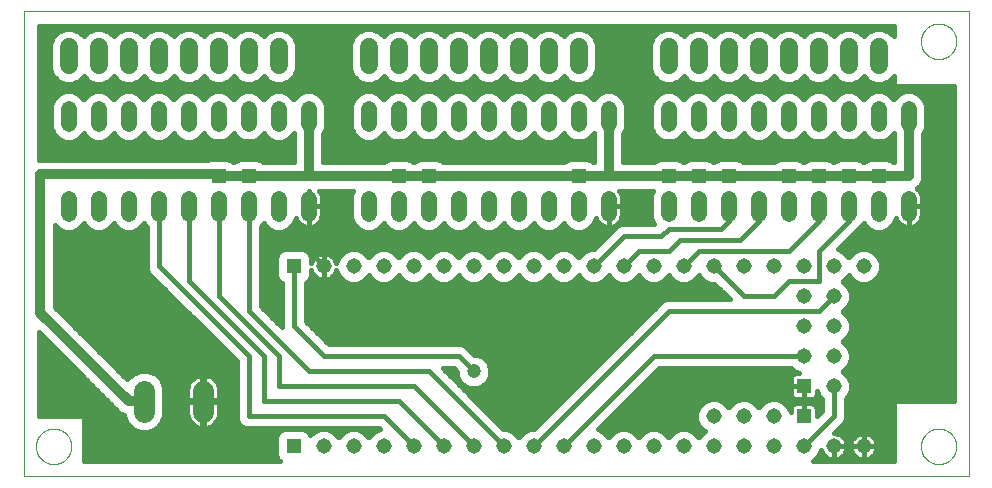
<source format=gtl>
G75*
%MOIN*%
%OFA0B0*%
%FSLAX25Y25*%
%IPPOS*%
%LPD*%
%AMOC8*
5,1,8,0,0,1.08239X$1,22.5*
%
%ADD10C,0.00000*%
%ADD11C,0.05200*%
%ADD12R,0.05150X0.05150*%
%ADD13C,0.05150*%
%ADD14C,0.05937*%
%ADD15C,0.07050*%
%ADD16C,0.01600*%
%ADD17C,0.05906*%
%ADD18R,0.05000X0.05000*%
%ADD19C,0.04724*%
%ADD20C,0.03200*%
D10*
X0023540Y0001000D02*
X0023540Y0155980D01*
X0338501Y0155980D01*
X0338501Y0001000D01*
X0023540Y0001000D01*
X0027634Y0011000D02*
X0027636Y0011153D01*
X0027642Y0011307D01*
X0027652Y0011460D01*
X0027666Y0011612D01*
X0027684Y0011765D01*
X0027706Y0011916D01*
X0027731Y0012067D01*
X0027761Y0012218D01*
X0027795Y0012368D01*
X0027832Y0012516D01*
X0027873Y0012664D01*
X0027918Y0012810D01*
X0027967Y0012956D01*
X0028020Y0013100D01*
X0028076Y0013242D01*
X0028136Y0013383D01*
X0028200Y0013523D01*
X0028267Y0013661D01*
X0028338Y0013797D01*
X0028413Y0013931D01*
X0028490Y0014063D01*
X0028572Y0014193D01*
X0028656Y0014321D01*
X0028744Y0014447D01*
X0028835Y0014570D01*
X0028929Y0014691D01*
X0029027Y0014809D01*
X0029127Y0014925D01*
X0029231Y0015038D01*
X0029337Y0015149D01*
X0029446Y0015257D01*
X0029558Y0015362D01*
X0029672Y0015463D01*
X0029790Y0015562D01*
X0029909Y0015658D01*
X0030031Y0015751D01*
X0030156Y0015840D01*
X0030283Y0015927D01*
X0030412Y0016009D01*
X0030543Y0016089D01*
X0030676Y0016165D01*
X0030811Y0016238D01*
X0030948Y0016307D01*
X0031087Y0016372D01*
X0031227Y0016434D01*
X0031369Y0016492D01*
X0031512Y0016547D01*
X0031657Y0016598D01*
X0031803Y0016645D01*
X0031950Y0016688D01*
X0032098Y0016727D01*
X0032247Y0016763D01*
X0032397Y0016794D01*
X0032548Y0016822D01*
X0032699Y0016846D01*
X0032852Y0016866D01*
X0033004Y0016882D01*
X0033157Y0016894D01*
X0033310Y0016902D01*
X0033463Y0016906D01*
X0033617Y0016906D01*
X0033770Y0016902D01*
X0033923Y0016894D01*
X0034076Y0016882D01*
X0034228Y0016866D01*
X0034381Y0016846D01*
X0034532Y0016822D01*
X0034683Y0016794D01*
X0034833Y0016763D01*
X0034982Y0016727D01*
X0035130Y0016688D01*
X0035277Y0016645D01*
X0035423Y0016598D01*
X0035568Y0016547D01*
X0035711Y0016492D01*
X0035853Y0016434D01*
X0035993Y0016372D01*
X0036132Y0016307D01*
X0036269Y0016238D01*
X0036404Y0016165D01*
X0036537Y0016089D01*
X0036668Y0016009D01*
X0036797Y0015927D01*
X0036924Y0015840D01*
X0037049Y0015751D01*
X0037171Y0015658D01*
X0037290Y0015562D01*
X0037408Y0015463D01*
X0037522Y0015362D01*
X0037634Y0015257D01*
X0037743Y0015149D01*
X0037849Y0015038D01*
X0037953Y0014925D01*
X0038053Y0014809D01*
X0038151Y0014691D01*
X0038245Y0014570D01*
X0038336Y0014447D01*
X0038424Y0014321D01*
X0038508Y0014193D01*
X0038590Y0014063D01*
X0038667Y0013931D01*
X0038742Y0013797D01*
X0038813Y0013661D01*
X0038880Y0013523D01*
X0038944Y0013383D01*
X0039004Y0013242D01*
X0039060Y0013100D01*
X0039113Y0012956D01*
X0039162Y0012810D01*
X0039207Y0012664D01*
X0039248Y0012516D01*
X0039285Y0012368D01*
X0039319Y0012218D01*
X0039349Y0012067D01*
X0039374Y0011916D01*
X0039396Y0011765D01*
X0039414Y0011612D01*
X0039428Y0011460D01*
X0039438Y0011307D01*
X0039444Y0011153D01*
X0039446Y0011000D01*
X0039444Y0010847D01*
X0039438Y0010693D01*
X0039428Y0010540D01*
X0039414Y0010388D01*
X0039396Y0010235D01*
X0039374Y0010084D01*
X0039349Y0009933D01*
X0039319Y0009782D01*
X0039285Y0009632D01*
X0039248Y0009484D01*
X0039207Y0009336D01*
X0039162Y0009190D01*
X0039113Y0009044D01*
X0039060Y0008900D01*
X0039004Y0008758D01*
X0038944Y0008617D01*
X0038880Y0008477D01*
X0038813Y0008339D01*
X0038742Y0008203D01*
X0038667Y0008069D01*
X0038590Y0007937D01*
X0038508Y0007807D01*
X0038424Y0007679D01*
X0038336Y0007553D01*
X0038245Y0007430D01*
X0038151Y0007309D01*
X0038053Y0007191D01*
X0037953Y0007075D01*
X0037849Y0006962D01*
X0037743Y0006851D01*
X0037634Y0006743D01*
X0037522Y0006638D01*
X0037408Y0006537D01*
X0037290Y0006438D01*
X0037171Y0006342D01*
X0037049Y0006249D01*
X0036924Y0006160D01*
X0036797Y0006073D01*
X0036668Y0005991D01*
X0036537Y0005911D01*
X0036404Y0005835D01*
X0036269Y0005762D01*
X0036132Y0005693D01*
X0035993Y0005628D01*
X0035853Y0005566D01*
X0035711Y0005508D01*
X0035568Y0005453D01*
X0035423Y0005402D01*
X0035277Y0005355D01*
X0035130Y0005312D01*
X0034982Y0005273D01*
X0034833Y0005237D01*
X0034683Y0005206D01*
X0034532Y0005178D01*
X0034381Y0005154D01*
X0034228Y0005134D01*
X0034076Y0005118D01*
X0033923Y0005106D01*
X0033770Y0005098D01*
X0033617Y0005094D01*
X0033463Y0005094D01*
X0033310Y0005098D01*
X0033157Y0005106D01*
X0033004Y0005118D01*
X0032852Y0005134D01*
X0032699Y0005154D01*
X0032548Y0005178D01*
X0032397Y0005206D01*
X0032247Y0005237D01*
X0032098Y0005273D01*
X0031950Y0005312D01*
X0031803Y0005355D01*
X0031657Y0005402D01*
X0031512Y0005453D01*
X0031369Y0005508D01*
X0031227Y0005566D01*
X0031087Y0005628D01*
X0030948Y0005693D01*
X0030811Y0005762D01*
X0030676Y0005835D01*
X0030543Y0005911D01*
X0030412Y0005991D01*
X0030283Y0006073D01*
X0030156Y0006160D01*
X0030031Y0006249D01*
X0029909Y0006342D01*
X0029790Y0006438D01*
X0029672Y0006537D01*
X0029558Y0006638D01*
X0029446Y0006743D01*
X0029337Y0006851D01*
X0029231Y0006962D01*
X0029127Y0007075D01*
X0029027Y0007191D01*
X0028929Y0007309D01*
X0028835Y0007430D01*
X0028744Y0007553D01*
X0028656Y0007679D01*
X0028572Y0007807D01*
X0028490Y0007937D01*
X0028413Y0008069D01*
X0028338Y0008203D01*
X0028267Y0008339D01*
X0028200Y0008477D01*
X0028136Y0008617D01*
X0028076Y0008758D01*
X0028020Y0008900D01*
X0027967Y0009044D01*
X0027918Y0009190D01*
X0027873Y0009336D01*
X0027832Y0009484D01*
X0027795Y0009632D01*
X0027761Y0009782D01*
X0027731Y0009933D01*
X0027706Y0010084D01*
X0027684Y0010235D01*
X0027666Y0010388D01*
X0027652Y0010540D01*
X0027642Y0010693D01*
X0027636Y0010847D01*
X0027634Y0011000D01*
X0322634Y0011000D02*
X0322636Y0011153D01*
X0322642Y0011307D01*
X0322652Y0011460D01*
X0322666Y0011612D01*
X0322684Y0011765D01*
X0322706Y0011916D01*
X0322731Y0012067D01*
X0322761Y0012218D01*
X0322795Y0012368D01*
X0322832Y0012516D01*
X0322873Y0012664D01*
X0322918Y0012810D01*
X0322967Y0012956D01*
X0323020Y0013100D01*
X0323076Y0013242D01*
X0323136Y0013383D01*
X0323200Y0013523D01*
X0323267Y0013661D01*
X0323338Y0013797D01*
X0323413Y0013931D01*
X0323490Y0014063D01*
X0323572Y0014193D01*
X0323656Y0014321D01*
X0323744Y0014447D01*
X0323835Y0014570D01*
X0323929Y0014691D01*
X0324027Y0014809D01*
X0324127Y0014925D01*
X0324231Y0015038D01*
X0324337Y0015149D01*
X0324446Y0015257D01*
X0324558Y0015362D01*
X0324672Y0015463D01*
X0324790Y0015562D01*
X0324909Y0015658D01*
X0325031Y0015751D01*
X0325156Y0015840D01*
X0325283Y0015927D01*
X0325412Y0016009D01*
X0325543Y0016089D01*
X0325676Y0016165D01*
X0325811Y0016238D01*
X0325948Y0016307D01*
X0326087Y0016372D01*
X0326227Y0016434D01*
X0326369Y0016492D01*
X0326512Y0016547D01*
X0326657Y0016598D01*
X0326803Y0016645D01*
X0326950Y0016688D01*
X0327098Y0016727D01*
X0327247Y0016763D01*
X0327397Y0016794D01*
X0327548Y0016822D01*
X0327699Y0016846D01*
X0327852Y0016866D01*
X0328004Y0016882D01*
X0328157Y0016894D01*
X0328310Y0016902D01*
X0328463Y0016906D01*
X0328617Y0016906D01*
X0328770Y0016902D01*
X0328923Y0016894D01*
X0329076Y0016882D01*
X0329228Y0016866D01*
X0329381Y0016846D01*
X0329532Y0016822D01*
X0329683Y0016794D01*
X0329833Y0016763D01*
X0329982Y0016727D01*
X0330130Y0016688D01*
X0330277Y0016645D01*
X0330423Y0016598D01*
X0330568Y0016547D01*
X0330711Y0016492D01*
X0330853Y0016434D01*
X0330993Y0016372D01*
X0331132Y0016307D01*
X0331269Y0016238D01*
X0331404Y0016165D01*
X0331537Y0016089D01*
X0331668Y0016009D01*
X0331797Y0015927D01*
X0331924Y0015840D01*
X0332049Y0015751D01*
X0332171Y0015658D01*
X0332290Y0015562D01*
X0332408Y0015463D01*
X0332522Y0015362D01*
X0332634Y0015257D01*
X0332743Y0015149D01*
X0332849Y0015038D01*
X0332953Y0014925D01*
X0333053Y0014809D01*
X0333151Y0014691D01*
X0333245Y0014570D01*
X0333336Y0014447D01*
X0333424Y0014321D01*
X0333508Y0014193D01*
X0333590Y0014063D01*
X0333667Y0013931D01*
X0333742Y0013797D01*
X0333813Y0013661D01*
X0333880Y0013523D01*
X0333944Y0013383D01*
X0334004Y0013242D01*
X0334060Y0013100D01*
X0334113Y0012956D01*
X0334162Y0012810D01*
X0334207Y0012664D01*
X0334248Y0012516D01*
X0334285Y0012368D01*
X0334319Y0012218D01*
X0334349Y0012067D01*
X0334374Y0011916D01*
X0334396Y0011765D01*
X0334414Y0011612D01*
X0334428Y0011460D01*
X0334438Y0011307D01*
X0334444Y0011153D01*
X0334446Y0011000D01*
X0334444Y0010847D01*
X0334438Y0010693D01*
X0334428Y0010540D01*
X0334414Y0010388D01*
X0334396Y0010235D01*
X0334374Y0010084D01*
X0334349Y0009933D01*
X0334319Y0009782D01*
X0334285Y0009632D01*
X0334248Y0009484D01*
X0334207Y0009336D01*
X0334162Y0009190D01*
X0334113Y0009044D01*
X0334060Y0008900D01*
X0334004Y0008758D01*
X0333944Y0008617D01*
X0333880Y0008477D01*
X0333813Y0008339D01*
X0333742Y0008203D01*
X0333667Y0008069D01*
X0333590Y0007937D01*
X0333508Y0007807D01*
X0333424Y0007679D01*
X0333336Y0007553D01*
X0333245Y0007430D01*
X0333151Y0007309D01*
X0333053Y0007191D01*
X0332953Y0007075D01*
X0332849Y0006962D01*
X0332743Y0006851D01*
X0332634Y0006743D01*
X0332522Y0006638D01*
X0332408Y0006537D01*
X0332290Y0006438D01*
X0332171Y0006342D01*
X0332049Y0006249D01*
X0331924Y0006160D01*
X0331797Y0006073D01*
X0331668Y0005991D01*
X0331537Y0005911D01*
X0331404Y0005835D01*
X0331269Y0005762D01*
X0331132Y0005693D01*
X0330993Y0005628D01*
X0330853Y0005566D01*
X0330711Y0005508D01*
X0330568Y0005453D01*
X0330423Y0005402D01*
X0330277Y0005355D01*
X0330130Y0005312D01*
X0329982Y0005273D01*
X0329833Y0005237D01*
X0329683Y0005206D01*
X0329532Y0005178D01*
X0329381Y0005154D01*
X0329228Y0005134D01*
X0329076Y0005118D01*
X0328923Y0005106D01*
X0328770Y0005098D01*
X0328617Y0005094D01*
X0328463Y0005094D01*
X0328310Y0005098D01*
X0328157Y0005106D01*
X0328004Y0005118D01*
X0327852Y0005134D01*
X0327699Y0005154D01*
X0327548Y0005178D01*
X0327397Y0005206D01*
X0327247Y0005237D01*
X0327098Y0005273D01*
X0326950Y0005312D01*
X0326803Y0005355D01*
X0326657Y0005402D01*
X0326512Y0005453D01*
X0326369Y0005508D01*
X0326227Y0005566D01*
X0326087Y0005628D01*
X0325948Y0005693D01*
X0325811Y0005762D01*
X0325676Y0005835D01*
X0325543Y0005911D01*
X0325412Y0005991D01*
X0325283Y0006073D01*
X0325156Y0006160D01*
X0325031Y0006249D01*
X0324909Y0006342D01*
X0324790Y0006438D01*
X0324672Y0006537D01*
X0324558Y0006638D01*
X0324446Y0006743D01*
X0324337Y0006851D01*
X0324231Y0006962D01*
X0324127Y0007075D01*
X0324027Y0007191D01*
X0323929Y0007309D01*
X0323835Y0007430D01*
X0323744Y0007553D01*
X0323656Y0007679D01*
X0323572Y0007807D01*
X0323490Y0007937D01*
X0323413Y0008069D01*
X0323338Y0008203D01*
X0323267Y0008339D01*
X0323200Y0008477D01*
X0323136Y0008617D01*
X0323076Y0008758D01*
X0323020Y0008900D01*
X0322967Y0009044D01*
X0322918Y0009190D01*
X0322873Y0009336D01*
X0322832Y0009484D01*
X0322795Y0009632D01*
X0322761Y0009782D01*
X0322731Y0009933D01*
X0322706Y0010084D01*
X0322684Y0010235D01*
X0322666Y0010388D01*
X0322652Y0010540D01*
X0322642Y0010693D01*
X0322636Y0010847D01*
X0322634Y0011000D01*
X0322634Y0146000D02*
X0322636Y0146153D01*
X0322642Y0146307D01*
X0322652Y0146460D01*
X0322666Y0146612D01*
X0322684Y0146765D01*
X0322706Y0146916D01*
X0322731Y0147067D01*
X0322761Y0147218D01*
X0322795Y0147368D01*
X0322832Y0147516D01*
X0322873Y0147664D01*
X0322918Y0147810D01*
X0322967Y0147956D01*
X0323020Y0148100D01*
X0323076Y0148242D01*
X0323136Y0148383D01*
X0323200Y0148523D01*
X0323267Y0148661D01*
X0323338Y0148797D01*
X0323413Y0148931D01*
X0323490Y0149063D01*
X0323572Y0149193D01*
X0323656Y0149321D01*
X0323744Y0149447D01*
X0323835Y0149570D01*
X0323929Y0149691D01*
X0324027Y0149809D01*
X0324127Y0149925D01*
X0324231Y0150038D01*
X0324337Y0150149D01*
X0324446Y0150257D01*
X0324558Y0150362D01*
X0324672Y0150463D01*
X0324790Y0150562D01*
X0324909Y0150658D01*
X0325031Y0150751D01*
X0325156Y0150840D01*
X0325283Y0150927D01*
X0325412Y0151009D01*
X0325543Y0151089D01*
X0325676Y0151165D01*
X0325811Y0151238D01*
X0325948Y0151307D01*
X0326087Y0151372D01*
X0326227Y0151434D01*
X0326369Y0151492D01*
X0326512Y0151547D01*
X0326657Y0151598D01*
X0326803Y0151645D01*
X0326950Y0151688D01*
X0327098Y0151727D01*
X0327247Y0151763D01*
X0327397Y0151794D01*
X0327548Y0151822D01*
X0327699Y0151846D01*
X0327852Y0151866D01*
X0328004Y0151882D01*
X0328157Y0151894D01*
X0328310Y0151902D01*
X0328463Y0151906D01*
X0328617Y0151906D01*
X0328770Y0151902D01*
X0328923Y0151894D01*
X0329076Y0151882D01*
X0329228Y0151866D01*
X0329381Y0151846D01*
X0329532Y0151822D01*
X0329683Y0151794D01*
X0329833Y0151763D01*
X0329982Y0151727D01*
X0330130Y0151688D01*
X0330277Y0151645D01*
X0330423Y0151598D01*
X0330568Y0151547D01*
X0330711Y0151492D01*
X0330853Y0151434D01*
X0330993Y0151372D01*
X0331132Y0151307D01*
X0331269Y0151238D01*
X0331404Y0151165D01*
X0331537Y0151089D01*
X0331668Y0151009D01*
X0331797Y0150927D01*
X0331924Y0150840D01*
X0332049Y0150751D01*
X0332171Y0150658D01*
X0332290Y0150562D01*
X0332408Y0150463D01*
X0332522Y0150362D01*
X0332634Y0150257D01*
X0332743Y0150149D01*
X0332849Y0150038D01*
X0332953Y0149925D01*
X0333053Y0149809D01*
X0333151Y0149691D01*
X0333245Y0149570D01*
X0333336Y0149447D01*
X0333424Y0149321D01*
X0333508Y0149193D01*
X0333590Y0149063D01*
X0333667Y0148931D01*
X0333742Y0148797D01*
X0333813Y0148661D01*
X0333880Y0148523D01*
X0333944Y0148383D01*
X0334004Y0148242D01*
X0334060Y0148100D01*
X0334113Y0147956D01*
X0334162Y0147810D01*
X0334207Y0147664D01*
X0334248Y0147516D01*
X0334285Y0147368D01*
X0334319Y0147218D01*
X0334349Y0147067D01*
X0334374Y0146916D01*
X0334396Y0146765D01*
X0334414Y0146612D01*
X0334428Y0146460D01*
X0334438Y0146307D01*
X0334444Y0146153D01*
X0334446Y0146000D01*
X0334444Y0145847D01*
X0334438Y0145693D01*
X0334428Y0145540D01*
X0334414Y0145388D01*
X0334396Y0145235D01*
X0334374Y0145084D01*
X0334349Y0144933D01*
X0334319Y0144782D01*
X0334285Y0144632D01*
X0334248Y0144484D01*
X0334207Y0144336D01*
X0334162Y0144190D01*
X0334113Y0144044D01*
X0334060Y0143900D01*
X0334004Y0143758D01*
X0333944Y0143617D01*
X0333880Y0143477D01*
X0333813Y0143339D01*
X0333742Y0143203D01*
X0333667Y0143069D01*
X0333590Y0142937D01*
X0333508Y0142807D01*
X0333424Y0142679D01*
X0333336Y0142553D01*
X0333245Y0142430D01*
X0333151Y0142309D01*
X0333053Y0142191D01*
X0332953Y0142075D01*
X0332849Y0141962D01*
X0332743Y0141851D01*
X0332634Y0141743D01*
X0332522Y0141638D01*
X0332408Y0141537D01*
X0332290Y0141438D01*
X0332171Y0141342D01*
X0332049Y0141249D01*
X0331924Y0141160D01*
X0331797Y0141073D01*
X0331668Y0140991D01*
X0331537Y0140911D01*
X0331404Y0140835D01*
X0331269Y0140762D01*
X0331132Y0140693D01*
X0330993Y0140628D01*
X0330853Y0140566D01*
X0330711Y0140508D01*
X0330568Y0140453D01*
X0330423Y0140402D01*
X0330277Y0140355D01*
X0330130Y0140312D01*
X0329982Y0140273D01*
X0329833Y0140237D01*
X0329683Y0140206D01*
X0329532Y0140178D01*
X0329381Y0140154D01*
X0329228Y0140134D01*
X0329076Y0140118D01*
X0328923Y0140106D01*
X0328770Y0140098D01*
X0328617Y0140094D01*
X0328463Y0140094D01*
X0328310Y0140098D01*
X0328157Y0140106D01*
X0328004Y0140118D01*
X0327852Y0140134D01*
X0327699Y0140154D01*
X0327548Y0140178D01*
X0327397Y0140206D01*
X0327247Y0140237D01*
X0327098Y0140273D01*
X0326950Y0140312D01*
X0326803Y0140355D01*
X0326657Y0140402D01*
X0326512Y0140453D01*
X0326369Y0140508D01*
X0326227Y0140566D01*
X0326087Y0140628D01*
X0325948Y0140693D01*
X0325811Y0140762D01*
X0325676Y0140835D01*
X0325543Y0140911D01*
X0325412Y0140991D01*
X0325283Y0141073D01*
X0325156Y0141160D01*
X0325031Y0141249D01*
X0324909Y0141342D01*
X0324790Y0141438D01*
X0324672Y0141537D01*
X0324558Y0141638D01*
X0324446Y0141743D01*
X0324337Y0141851D01*
X0324231Y0141962D01*
X0324127Y0142075D01*
X0324027Y0142191D01*
X0323929Y0142309D01*
X0323835Y0142430D01*
X0323744Y0142553D01*
X0323656Y0142679D01*
X0323572Y0142807D01*
X0323490Y0142937D01*
X0323413Y0143069D01*
X0323338Y0143203D01*
X0323267Y0143339D01*
X0323200Y0143477D01*
X0323136Y0143617D01*
X0323076Y0143758D01*
X0323020Y0143900D01*
X0322967Y0144044D01*
X0322918Y0144190D01*
X0322873Y0144336D01*
X0322832Y0144484D01*
X0322795Y0144632D01*
X0322761Y0144782D01*
X0322731Y0144933D01*
X0322706Y0145084D01*
X0322684Y0145235D01*
X0322666Y0145388D01*
X0322652Y0145540D01*
X0322642Y0145693D01*
X0322636Y0145847D01*
X0322634Y0146000D01*
D11*
X0318540Y0123600D02*
X0318540Y0118400D01*
X0308540Y0118400D02*
X0308540Y0123600D01*
X0298540Y0123600D02*
X0298540Y0118400D01*
X0288540Y0118400D02*
X0288540Y0123600D01*
X0278540Y0123600D02*
X0278540Y0118400D01*
X0268540Y0118400D02*
X0268540Y0123600D01*
X0258540Y0123600D02*
X0258540Y0118400D01*
X0248540Y0118400D02*
X0248540Y0123600D01*
X0238540Y0123600D02*
X0238540Y0118400D01*
X0218540Y0118400D02*
X0218540Y0123600D01*
X0208540Y0123600D02*
X0208540Y0118400D01*
X0198540Y0118400D02*
X0198540Y0123600D01*
X0188540Y0123600D02*
X0188540Y0118400D01*
X0178540Y0118400D02*
X0178540Y0123600D01*
X0168540Y0123600D02*
X0168540Y0118400D01*
X0158540Y0118400D02*
X0158540Y0123600D01*
X0148540Y0123600D02*
X0148540Y0118400D01*
X0138540Y0118400D02*
X0138540Y0123600D01*
X0118540Y0123600D02*
X0118540Y0118400D01*
X0108540Y0118400D02*
X0108540Y0123600D01*
X0098540Y0123600D02*
X0098540Y0118400D01*
X0088540Y0118400D02*
X0088540Y0123600D01*
X0078540Y0123600D02*
X0078540Y0118400D01*
X0068540Y0118400D02*
X0068540Y0123600D01*
X0058540Y0123600D02*
X0058540Y0118400D01*
X0048540Y0118400D02*
X0048540Y0123600D01*
X0038540Y0123600D02*
X0038540Y0118400D01*
X0038540Y0093600D02*
X0038540Y0088400D01*
X0048540Y0088400D02*
X0048540Y0093600D01*
X0058540Y0093600D02*
X0058540Y0088400D01*
X0068540Y0088400D02*
X0068540Y0093600D01*
X0078540Y0093600D02*
X0078540Y0088400D01*
X0088540Y0088400D02*
X0088540Y0093600D01*
X0098540Y0093600D02*
X0098540Y0088400D01*
X0108540Y0088400D02*
X0108540Y0093600D01*
X0118540Y0093600D02*
X0118540Y0088400D01*
X0138540Y0088400D02*
X0138540Y0093600D01*
X0148540Y0093600D02*
X0148540Y0088400D01*
X0158540Y0088400D02*
X0158540Y0093600D01*
X0168540Y0093600D02*
X0168540Y0088400D01*
X0178540Y0088400D02*
X0178540Y0093600D01*
X0188540Y0093600D02*
X0188540Y0088400D01*
X0198540Y0088400D02*
X0198540Y0093600D01*
X0208540Y0093600D02*
X0208540Y0088400D01*
X0218540Y0088400D02*
X0218540Y0093600D01*
X0238540Y0093600D02*
X0238540Y0088400D01*
X0248540Y0088400D02*
X0248540Y0093600D01*
X0258540Y0093600D02*
X0258540Y0088400D01*
X0268540Y0088400D02*
X0268540Y0093600D01*
X0278540Y0093600D02*
X0278540Y0088400D01*
X0288540Y0088400D02*
X0288540Y0093600D01*
X0298540Y0093600D02*
X0298540Y0088400D01*
X0308540Y0088400D02*
X0308540Y0093600D01*
X0318540Y0093600D02*
X0318540Y0088400D01*
D12*
X0283540Y0031000D03*
X0283540Y0021000D03*
X0113540Y0011000D03*
X0113540Y0071000D03*
D13*
X0123540Y0071000D03*
X0133540Y0071000D03*
X0143540Y0071000D03*
X0153540Y0071000D03*
X0163540Y0071000D03*
X0173540Y0071000D03*
X0183540Y0071000D03*
X0193540Y0071000D03*
X0203540Y0071000D03*
X0213540Y0071000D03*
X0223540Y0071000D03*
X0233540Y0071000D03*
X0243540Y0071000D03*
X0253540Y0071000D03*
X0263540Y0071000D03*
X0273540Y0071000D03*
X0283540Y0071000D03*
X0293540Y0071000D03*
X0303540Y0071000D03*
X0293540Y0061000D03*
X0283540Y0061000D03*
X0283540Y0051000D03*
X0293540Y0051000D03*
X0293540Y0041000D03*
X0283540Y0041000D03*
X0293540Y0031000D03*
X0273540Y0021000D03*
X0263540Y0021000D03*
X0253540Y0021000D03*
X0253540Y0011000D03*
X0243540Y0011000D03*
X0233540Y0011000D03*
X0223540Y0011000D03*
X0213540Y0011000D03*
X0203540Y0011000D03*
X0193540Y0011000D03*
X0183540Y0011000D03*
X0173540Y0011000D03*
X0163540Y0011000D03*
X0153540Y0011000D03*
X0143540Y0011000D03*
X0133540Y0011000D03*
X0123540Y0011000D03*
X0263540Y0011000D03*
X0273540Y0011000D03*
X0283540Y0011000D03*
X0293540Y0011000D03*
X0303540Y0011000D03*
D14*
X0298540Y0138031D02*
X0298540Y0143969D01*
X0288540Y0143969D02*
X0288540Y0138031D01*
X0278540Y0138031D02*
X0278540Y0143969D01*
X0268540Y0143969D02*
X0268540Y0138031D01*
X0258540Y0138031D02*
X0258540Y0143969D01*
X0248540Y0143969D02*
X0248540Y0138031D01*
X0238540Y0138031D02*
X0238540Y0143969D01*
X0208540Y0143969D02*
X0208540Y0138031D01*
X0198540Y0138031D02*
X0198540Y0143969D01*
X0188540Y0143969D02*
X0188540Y0138031D01*
X0178540Y0138031D02*
X0178540Y0143969D01*
X0168540Y0143969D02*
X0168540Y0138031D01*
X0158540Y0138031D02*
X0158540Y0143969D01*
X0148540Y0143969D02*
X0148540Y0138031D01*
X0138540Y0138031D02*
X0138540Y0143969D01*
X0108540Y0143969D02*
X0108540Y0138031D01*
X0098540Y0138031D02*
X0098540Y0143969D01*
X0088540Y0143969D02*
X0088540Y0138031D01*
X0078540Y0138031D02*
X0078540Y0143969D01*
X0068540Y0143969D02*
X0068540Y0138031D01*
X0058540Y0138031D02*
X0058540Y0143969D01*
X0048540Y0143969D02*
X0048540Y0138031D01*
X0038540Y0138031D02*
X0038540Y0143969D01*
X0308540Y0143969D02*
X0308540Y0138031D01*
D15*
X0083383Y0029525D02*
X0083383Y0022475D01*
X0063698Y0022475D02*
X0063698Y0029525D01*
D16*
X0070423Y0029773D02*
X0078058Y0029773D01*
X0078058Y0029944D02*
X0078058Y0026375D01*
X0083008Y0026375D01*
X0083008Y0034850D01*
X0082964Y0034850D01*
X0082136Y0034719D01*
X0081339Y0034460D01*
X0080592Y0034079D01*
X0079914Y0033587D01*
X0079321Y0032994D01*
X0078829Y0032316D01*
X0078448Y0031569D01*
X0078189Y0030772D01*
X0078058Y0029944D01*
X0078384Y0031372D02*
X0070212Y0031372D01*
X0070423Y0030863D02*
X0069399Y0033334D01*
X0067507Y0035226D01*
X0065036Y0036250D01*
X0062360Y0036250D01*
X0059888Y0035226D01*
X0057997Y0033334D01*
X0057996Y0033333D01*
X0033940Y0057388D01*
X0033940Y0084798D01*
X0035255Y0083483D01*
X0037387Y0082600D01*
X0039694Y0082600D01*
X0041826Y0083483D01*
X0043457Y0085115D01*
X0043540Y0085315D01*
X0043623Y0085115D01*
X0045255Y0083483D01*
X0047387Y0082600D01*
X0049694Y0082600D01*
X0051826Y0083483D01*
X0053457Y0085115D01*
X0053540Y0085315D01*
X0053623Y0085115D01*
X0055255Y0083483D01*
X0057387Y0082600D01*
X0059694Y0082600D01*
X0061826Y0083483D01*
X0063457Y0085115D01*
X0063540Y0085315D01*
X0063623Y0085115D01*
X0064540Y0084198D01*
X0064540Y0070204D01*
X0065149Y0068734D01*
X0066275Y0067609D01*
X0094540Y0039343D01*
X0094540Y0020204D01*
X0095149Y0018734D01*
X0096275Y0017609D01*
X0097745Y0017000D01*
X0141883Y0017000D01*
X0142192Y0016692D01*
X0140269Y0015896D01*
X0138645Y0014271D01*
X0138540Y0014019D01*
X0138436Y0014271D01*
X0136812Y0015896D01*
X0134689Y0016775D01*
X0132392Y0016775D01*
X0130269Y0015896D01*
X0128645Y0014271D01*
X0128540Y0014019D01*
X0128436Y0014271D01*
X0126812Y0015896D01*
X0124689Y0016775D01*
X0122392Y0016775D01*
X0120269Y0015896D01*
X0119101Y0014728D01*
X0118828Y0015387D01*
X0117928Y0016288D01*
X0116752Y0016775D01*
X0110329Y0016775D01*
X0109153Y0016288D01*
X0108253Y0015387D01*
X0107766Y0014211D01*
X0107766Y0007789D01*
X0108253Y0006613D01*
X0108865Y0006000D01*
X0043540Y0006000D01*
X0043540Y0021000D01*
X0028540Y0021000D01*
X0028540Y0049212D01*
X0055821Y0021931D01*
X0056973Y0021454D01*
X0056973Y0021137D01*
X0057997Y0018666D01*
X0059888Y0016774D01*
X0062360Y0015750D01*
X0065036Y0015750D01*
X0067507Y0016774D01*
X0069399Y0018666D01*
X0070423Y0021137D01*
X0070423Y0030863D01*
X0069550Y0032970D02*
X0079304Y0032970D01*
X0081674Y0034569D02*
X0068165Y0034569D01*
X0065235Y0036167D02*
X0094540Y0036167D01*
X0094540Y0034569D02*
X0085092Y0034569D01*
X0085427Y0034460D02*
X0084630Y0034719D01*
X0083802Y0034850D01*
X0083758Y0034850D01*
X0083758Y0026375D01*
X0088708Y0026375D01*
X0088708Y0029944D01*
X0088577Y0030772D01*
X0088318Y0031569D01*
X0087937Y0032316D01*
X0087445Y0032994D01*
X0086852Y0033587D01*
X0086174Y0034079D01*
X0085427Y0034460D01*
X0083758Y0034569D02*
X0083008Y0034569D01*
X0083008Y0032970D02*
X0083758Y0032970D01*
X0087462Y0032970D02*
X0094540Y0032970D01*
X0094540Y0031372D02*
X0088382Y0031372D01*
X0088708Y0029773D02*
X0094540Y0029773D01*
X0094540Y0028175D02*
X0088708Y0028175D01*
X0088708Y0026576D02*
X0094540Y0026576D01*
X0094540Y0024978D02*
X0088708Y0024978D01*
X0088708Y0025625D02*
X0088708Y0022056D01*
X0088577Y0021228D01*
X0088318Y0020431D01*
X0087937Y0019684D01*
X0087445Y0019006D01*
X0086852Y0018413D01*
X0086174Y0017921D01*
X0085427Y0017540D01*
X0084630Y0017281D01*
X0083802Y0017150D01*
X0083758Y0017150D01*
X0083758Y0025625D01*
X0083758Y0026375D01*
X0083008Y0026375D01*
X0083008Y0025625D01*
X0083758Y0025625D01*
X0088708Y0025625D01*
X0088708Y0023379D02*
X0094540Y0023379D01*
X0094540Y0021781D02*
X0088664Y0021781D01*
X0088191Y0020182D02*
X0094550Y0020182D01*
X0095300Y0018584D02*
X0087022Y0018584D01*
X0083758Y0018584D02*
X0083008Y0018584D01*
X0083008Y0017150D02*
X0083008Y0025625D01*
X0078058Y0025625D01*
X0078058Y0022056D01*
X0078189Y0021228D01*
X0078448Y0020431D01*
X0078829Y0019684D01*
X0079321Y0019006D01*
X0079914Y0018413D01*
X0080592Y0017921D01*
X0081339Y0017540D01*
X0082136Y0017281D01*
X0082964Y0017150D01*
X0083008Y0017150D01*
X0079744Y0018584D02*
X0069317Y0018584D01*
X0070027Y0020182D02*
X0078575Y0020182D01*
X0078101Y0021781D02*
X0070423Y0021781D01*
X0070423Y0023379D02*
X0078058Y0023379D01*
X0078058Y0024978D02*
X0070423Y0024978D01*
X0070423Y0026576D02*
X0078058Y0026576D01*
X0078058Y0028175D02*
X0070423Y0028175D01*
X0083008Y0028175D02*
X0083758Y0028175D01*
X0083758Y0029773D02*
X0083008Y0029773D01*
X0083008Y0031372D02*
X0083758Y0031372D01*
X0083758Y0026576D02*
X0083008Y0026576D01*
X0083008Y0024978D02*
X0083758Y0024978D01*
X0083758Y0023379D02*
X0083008Y0023379D01*
X0083008Y0021781D02*
X0083758Y0021781D01*
X0083758Y0020182D02*
X0083008Y0020182D01*
X0098540Y0021000D02*
X0098540Y0041000D01*
X0068540Y0071000D01*
X0068540Y0091000D01*
X0078540Y0091000D02*
X0078540Y0066000D01*
X0103540Y0041000D01*
X0103540Y0026000D01*
X0148540Y0026000D01*
X0163540Y0011000D01*
X0153540Y0011000D02*
X0143540Y0021000D01*
X0098540Y0021000D01*
X0108252Y0015387D02*
X0043540Y0015387D01*
X0043540Y0016985D02*
X0059677Y0016985D01*
X0058079Y0018584D02*
X0043540Y0018584D01*
X0043540Y0020182D02*
X0057368Y0020182D01*
X0056184Y0021781D02*
X0028540Y0021781D01*
X0028540Y0023379D02*
X0054373Y0023379D01*
X0052774Y0024978D02*
X0028540Y0024978D01*
X0028540Y0026576D02*
X0051176Y0026576D01*
X0049577Y0028175D02*
X0028540Y0028175D01*
X0028540Y0029773D02*
X0047979Y0029773D01*
X0046380Y0031372D02*
X0028540Y0031372D01*
X0028540Y0032970D02*
X0044782Y0032970D01*
X0043183Y0034569D02*
X0028540Y0034569D01*
X0028540Y0036167D02*
X0041585Y0036167D01*
X0039986Y0037766D02*
X0028540Y0037766D01*
X0028540Y0039364D02*
X0038388Y0039364D01*
X0036789Y0040963D02*
X0028540Y0040963D01*
X0028540Y0042561D02*
X0035191Y0042561D01*
X0033592Y0044160D02*
X0028540Y0044160D01*
X0028540Y0045758D02*
X0031994Y0045758D01*
X0030395Y0047357D02*
X0028540Y0047357D01*
X0028540Y0048955D02*
X0028797Y0048955D01*
X0037578Y0053751D02*
X0080133Y0053751D01*
X0081731Y0052152D02*
X0039176Y0052152D01*
X0040775Y0050554D02*
X0083330Y0050554D01*
X0084928Y0048955D02*
X0042373Y0048955D01*
X0043972Y0047357D02*
X0086527Y0047357D01*
X0088125Y0045758D02*
X0045570Y0045758D01*
X0047169Y0044160D02*
X0089724Y0044160D01*
X0091322Y0042561D02*
X0048767Y0042561D01*
X0050366Y0040963D02*
X0092921Y0040963D01*
X0094519Y0039364D02*
X0051964Y0039364D01*
X0053563Y0037766D02*
X0094540Y0037766D01*
X0108540Y0041000D02*
X0088540Y0061000D01*
X0088540Y0091000D01*
X0098540Y0091000D02*
X0098540Y0056000D01*
X0118540Y0036000D01*
X0158540Y0036000D01*
X0183540Y0011000D01*
X0188540Y0014019D02*
X0188436Y0014271D01*
X0186812Y0015896D01*
X0184689Y0016775D01*
X0183422Y0016775D01*
X0163197Y0037000D01*
X0166883Y0037000D01*
X0167978Y0035905D01*
X0167978Y0034894D01*
X0168825Y0032849D01*
X0170390Y0031285D01*
X0172434Y0030438D01*
X0174647Y0030438D01*
X0176691Y0031285D01*
X0178256Y0032849D01*
X0179103Y0034894D01*
X0179103Y0037106D01*
X0178256Y0039151D01*
X0176691Y0040715D01*
X0174647Y0041562D01*
X0173635Y0041562D01*
X0171931Y0043266D01*
X0170806Y0044391D01*
X0169336Y0045000D01*
X0125197Y0045000D01*
X0117540Y0052657D01*
X0117540Y0065552D01*
X0117928Y0065712D01*
X0118828Y0066613D01*
X0119315Y0067789D01*
X0119315Y0069847D01*
X0119486Y0069321D01*
X0119799Y0068707D01*
X0120203Y0068150D01*
X0120690Y0067663D01*
X0121247Y0067258D01*
X0121861Y0066946D01*
X0122516Y0066733D01*
X0123196Y0066625D01*
X0123540Y0066625D01*
X0123540Y0071000D01*
X0123540Y0075375D01*
X0123196Y0075375D01*
X0122516Y0075267D01*
X0121861Y0075054D01*
X0121247Y0074742D01*
X0120690Y0074337D01*
X0120203Y0073850D01*
X0119799Y0073293D01*
X0119486Y0072679D01*
X0119315Y0072153D01*
X0119315Y0074211D01*
X0118828Y0075387D01*
X0117928Y0076288D01*
X0116752Y0076775D01*
X0110329Y0076775D01*
X0109153Y0076288D01*
X0108253Y0075387D01*
X0107766Y0074211D01*
X0107766Y0067789D01*
X0108253Y0066613D01*
X0109153Y0065712D01*
X0109540Y0065552D01*
X0109540Y0050657D01*
X0102540Y0057657D01*
X0102540Y0084198D01*
X0103457Y0085115D01*
X0103540Y0085315D01*
X0103623Y0085115D01*
X0105255Y0083483D01*
X0107387Y0082600D01*
X0109694Y0082600D01*
X0111826Y0083483D01*
X0113457Y0085115D01*
X0114311Y0087177D01*
X0114463Y0086711D01*
X0114777Y0086094D01*
X0115184Y0085534D01*
X0115674Y0085044D01*
X0116234Y0084637D01*
X0116851Y0084322D01*
X0117510Y0084108D01*
X0118194Y0084000D01*
X0118540Y0084000D01*
X0118540Y0091000D01*
X0118540Y0091000D01*
X0118540Y0096200D01*
X0118540Y0096200D01*
X0118540Y0091000D01*
X0118540Y0091000D01*
X0118540Y0096000D01*
X0118540Y0095312D02*
X0118540Y0095312D01*
X0118540Y0093714D02*
X0118540Y0093714D01*
X0118540Y0092115D02*
X0118540Y0092115D01*
X0118540Y0091000D02*
X0122940Y0091000D01*
X0122940Y0093946D01*
X0122832Y0094630D01*
X0122618Y0095289D01*
X0122304Y0095906D01*
X0122090Y0096200D01*
X0133339Y0096200D01*
X0132740Y0094754D01*
X0132740Y0087246D01*
X0133623Y0085115D01*
X0135255Y0083483D01*
X0137387Y0082600D01*
X0139694Y0082600D01*
X0141826Y0083483D01*
X0143457Y0085115D01*
X0143540Y0085315D01*
X0143623Y0085115D01*
X0145255Y0083483D01*
X0147387Y0082600D01*
X0149694Y0082600D01*
X0151826Y0083483D01*
X0153457Y0085115D01*
X0153540Y0085315D01*
X0153623Y0085115D01*
X0155255Y0083483D01*
X0157387Y0082600D01*
X0159694Y0082600D01*
X0161826Y0083483D01*
X0163457Y0085115D01*
X0163540Y0085315D01*
X0163623Y0085115D01*
X0165255Y0083483D01*
X0167387Y0082600D01*
X0169694Y0082600D01*
X0171826Y0083483D01*
X0173457Y0085115D01*
X0173540Y0085315D01*
X0173623Y0085115D01*
X0175255Y0083483D01*
X0177387Y0082600D01*
X0179694Y0082600D01*
X0181826Y0083483D01*
X0183457Y0085115D01*
X0183540Y0085315D01*
X0183623Y0085115D01*
X0185255Y0083483D01*
X0187387Y0082600D01*
X0189694Y0082600D01*
X0191826Y0083483D01*
X0193457Y0085115D01*
X0193540Y0085315D01*
X0193623Y0085115D01*
X0195255Y0083483D01*
X0197387Y0082600D01*
X0199694Y0082600D01*
X0201826Y0083483D01*
X0203457Y0085115D01*
X0203540Y0085315D01*
X0203623Y0085115D01*
X0205255Y0083483D01*
X0207387Y0082600D01*
X0209694Y0082600D01*
X0211826Y0083483D01*
X0213457Y0085115D01*
X0214311Y0087177D01*
X0214463Y0086711D01*
X0214777Y0086094D01*
X0215184Y0085534D01*
X0215674Y0085044D01*
X0216234Y0084637D01*
X0216851Y0084322D01*
X0217510Y0084108D01*
X0218194Y0084000D01*
X0218540Y0084000D01*
X0218540Y0091000D01*
X0218540Y0091000D01*
X0218540Y0084000D01*
X0218887Y0084000D01*
X0219571Y0084108D01*
X0220229Y0084322D01*
X0220846Y0084637D01*
X0221407Y0085044D01*
X0221896Y0085534D01*
X0222304Y0086094D01*
X0222618Y0086711D01*
X0222832Y0087370D01*
X0222940Y0088054D01*
X0222940Y0091000D01*
X0222940Y0093946D01*
X0222832Y0094630D01*
X0222618Y0095289D01*
X0222304Y0095906D01*
X0222090Y0096200D01*
X0233339Y0096200D01*
X0232740Y0094754D01*
X0232740Y0087246D01*
X0233623Y0085115D01*
X0233738Y0085000D01*
X0222745Y0085000D01*
X0221275Y0084391D01*
X0220149Y0083266D01*
X0213658Y0076775D01*
X0212392Y0076775D01*
X0210269Y0075896D01*
X0208645Y0074271D01*
X0208540Y0074019D01*
X0208436Y0074271D01*
X0206812Y0075896D01*
X0204689Y0076775D01*
X0202392Y0076775D01*
X0200269Y0075896D01*
X0198645Y0074271D01*
X0198540Y0074019D01*
X0198436Y0074271D01*
X0196812Y0075896D01*
X0194689Y0076775D01*
X0192392Y0076775D01*
X0190269Y0075896D01*
X0188645Y0074271D01*
X0188540Y0074019D01*
X0188436Y0074271D01*
X0186812Y0075896D01*
X0184689Y0076775D01*
X0182392Y0076775D01*
X0180269Y0075896D01*
X0178645Y0074271D01*
X0178540Y0074019D01*
X0178436Y0074271D01*
X0176812Y0075896D01*
X0174689Y0076775D01*
X0172392Y0076775D01*
X0170269Y0075896D01*
X0168645Y0074271D01*
X0168540Y0074019D01*
X0168436Y0074271D01*
X0166812Y0075896D01*
X0164689Y0076775D01*
X0162392Y0076775D01*
X0160269Y0075896D01*
X0158645Y0074271D01*
X0158540Y0074019D01*
X0158436Y0074271D01*
X0156812Y0075896D01*
X0154689Y0076775D01*
X0152392Y0076775D01*
X0150269Y0075896D01*
X0148645Y0074271D01*
X0148540Y0074019D01*
X0148436Y0074271D01*
X0146812Y0075896D01*
X0144689Y0076775D01*
X0142392Y0076775D01*
X0140269Y0075896D01*
X0138645Y0074271D01*
X0138540Y0074019D01*
X0138436Y0074271D01*
X0136812Y0075896D01*
X0134689Y0076775D01*
X0132392Y0076775D01*
X0130269Y0075896D01*
X0128645Y0074271D01*
X0127766Y0072151D01*
X0127595Y0072679D01*
X0127282Y0073293D01*
X0126877Y0073850D01*
X0126390Y0074337D01*
X0125833Y0074742D01*
X0125220Y0075054D01*
X0124565Y0075267D01*
X0123885Y0075375D01*
X0123540Y0075375D01*
X0123540Y0071000D01*
X0123540Y0071000D01*
X0123540Y0071000D01*
X0118540Y0076000D01*
X0118540Y0091000D01*
X0118540Y0084000D01*
X0118887Y0084000D01*
X0119571Y0084108D01*
X0120229Y0084322D01*
X0120846Y0084637D01*
X0121407Y0085044D01*
X0121896Y0085534D01*
X0122304Y0086094D01*
X0122618Y0086711D01*
X0122832Y0087370D01*
X0122940Y0088054D01*
X0122940Y0091000D01*
X0118540Y0091000D01*
X0118540Y0091000D01*
X0118540Y0090517D02*
X0118540Y0090517D01*
X0118540Y0088918D02*
X0118540Y0088918D01*
X0118540Y0087320D02*
X0118540Y0087320D01*
X0118540Y0085721D02*
X0118540Y0085721D01*
X0118540Y0084123D02*
X0118540Y0084123D01*
X0117466Y0084123D02*
X0112465Y0084123D01*
X0113709Y0085721D02*
X0115048Y0085721D01*
X0119615Y0084123D02*
X0134615Y0084123D01*
X0133372Y0085721D02*
X0122033Y0085721D01*
X0122816Y0087320D02*
X0132740Y0087320D01*
X0132740Y0088918D02*
X0122940Y0088918D01*
X0122940Y0090517D02*
X0132740Y0090517D01*
X0132740Y0092115D02*
X0122940Y0092115D01*
X0122940Y0093714D02*
X0132740Y0093714D01*
X0132972Y0095312D02*
X0122606Y0095312D01*
X0123340Y0105800D02*
X0123340Y0114998D01*
X0123457Y0115115D01*
X0124340Y0117246D01*
X0124340Y0124754D01*
X0123457Y0126885D01*
X0121826Y0128517D01*
X0119694Y0129400D01*
X0117387Y0129400D01*
X0115255Y0128517D01*
X0113623Y0126885D01*
X0113540Y0126685D01*
X0113457Y0126885D01*
X0111826Y0128517D01*
X0109694Y0129400D01*
X0107387Y0129400D01*
X0105255Y0128517D01*
X0103623Y0126885D01*
X0103540Y0126685D01*
X0103457Y0126885D01*
X0101826Y0128517D01*
X0099694Y0129400D01*
X0097387Y0129400D01*
X0095255Y0128517D01*
X0093623Y0126885D01*
X0093540Y0126685D01*
X0093457Y0126885D01*
X0091826Y0128517D01*
X0089694Y0129400D01*
X0087387Y0129400D01*
X0085255Y0128517D01*
X0083623Y0126885D01*
X0083540Y0126685D01*
X0083457Y0126885D01*
X0081826Y0128517D01*
X0079694Y0129400D01*
X0077387Y0129400D01*
X0075255Y0128517D01*
X0073623Y0126885D01*
X0073540Y0126685D01*
X0073457Y0126885D01*
X0071826Y0128517D01*
X0069694Y0129400D01*
X0067387Y0129400D01*
X0065255Y0128517D01*
X0063623Y0126885D01*
X0063540Y0126685D01*
X0063457Y0126885D01*
X0061826Y0128517D01*
X0059694Y0129400D01*
X0057387Y0129400D01*
X0055255Y0128517D01*
X0053623Y0126885D01*
X0053540Y0126685D01*
X0053457Y0126885D01*
X0051826Y0128517D01*
X0049694Y0129400D01*
X0047387Y0129400D01*
X0045255Y0128517D01*
X0043623Y0126885D01*
X0043540Y0126685D01*
X0043457Y0126885D01*
X0041826Y0128517D01*
X0039694Y0129400D01*
X0037387Y0129400D01*
X0035255Y0128517D01*
X0033623Y0126885D01*
X0032740Y0124754D01*
X0032740Y0117246D01*
X0033623Y0115115D01*
X0035255Y0113483D01*
X0037387Y0112600D01*
X0039694Y0112600D01*
X0041826Y0113483D01*
X0043457Y0115115D01*
X0043540Y0115315D01*
X0043623Y0115115D01*
X0045255Y0113483D01*
X0047387Y0112600D01*
X0049694Y0112600D01*
X0051826Y0113483D01*
X0053457Y0115115D01*
X0053540Y0115315D01*
X0053623Y0115115D01*
X0055255Y0113483D01*
X0057387Y0112600D01*
X0059694Y0112600D01*
X0061826Y0113483D01*
X0063457Y0115115D01*
X0063540Y0115315D01*
X0063623Y0115115D01*
X0065255Y0113483D01*
X0067387Y0112600D01*
X0069694Y0112600D01*
X0071826Y0113483D01*
X0073457Y0115115D01*
X0073540Y0115315D01*
X0073623Y0115115D01*
X0075255Y0113483D01*
X0077387Y0112600D01*
X0079694Y0112600D01*
X0081826Y0113483D01*
X0083457Y0115115D01*
X0083540Y0115315D01*
X0083623Y0115115D01*
X0085255Y0113483D01*
X0087387Y0112600D01*
X0089694Y0112600D01*
X0091826Y0113483D01*
X0093457Y0115115D01*
X0093540Y0115315D01*
X0093623Y0115115D01*
X0095255Y0113483D01*
X0097387Y0112600D01*
X0099694Y0112600D01*
X0101826Y0113483D01*
X0103457Y0115115D01*
X0103540Y0115315D01*
X0103623Y0115115D01*
X0105255Y0113483D01*
X0107387Y0112600D01*
X0109694Y0112600D01*
X0111826Y0113483D01*
X0113457Y0115115D01*
X0113540Y0115315D01*
X0113623Y0115115D01*
X0113740Y0114998D01*
X0113740Y0105800D01*
X0103266Y0105800D01*
X0102853Y0106213D01*
X0101677Y0106700D01*
X0095404Y0106700D01*
X0094228Y0106213D01*
X0093815Y0105800D01*
X0093266Y0105800D01*
X0092853Y0106213D01*
X0091677Y0106700D01*
X0085404Y0106700D01*
X0084800Y0106450D01*
X0028540Y0106450D01*
X0028540Y0151000D01*
X0313540Y0151000D01*
X0313540Y0147692D01*
X0312035Y0149198D01*
X0309767Y0150137D01*
X0307313Y0150137D01*
X0305046Y0149198D01*
X0303540Y0147692D01*
X0302035Y0149198D01*
X0299767Y0150137D01*
X0297313Y0150137D01*
X0295046Y0149198D01*
X0293540Y0147692D01*
X0292035Y0149198D01*
X0289767Y0150137D01*
X0287313Y0150137D01*
X0285046Y0149198D01*
X0283540Y0147692D01*
X0282035Y0149198D01*
X0279767Y0150137D01*
X0277313Y0150137D01*
X0275046Y0149198D01*
X0273540Y0147692D01*
X0272035Y0149198D01*
X0269767Y0150137D01*
X0267313Y0150137D01*
X0265046Y0149198D01*
X0263540Y0147692D01*
X0262035Y0149198D01*
X0259767Y0150137D01*
X0257313Y0150137D01*
X0255046Y0149198D01*
X0253540Y0147692D01*
X0252035Y0149198D01*
X0249767Y0150137D01*
X0247313Y0150137D01*
X0245046Y0149198D01*
X0243540Y0147692D01*
X0242035Y0149198D01*
X0239767Y0150137D01*
X0237313Y0150137D01*
X0235046Y0149198D01*
X0233311Y0147463D01*
X0232372Y0145195D01*
X0232372Y0136804D01*
X0233311Y0134537D01*
X0235046Y0132802D01*
X0237313Y0131863D01*
X0239767Y0131863D01*
X0242035Y0132802D01*
X0243540Y0134308D01*
X0245046Y0132802D01*
X0247313Y0131863D01*
X0249767Y0131863D01*
X0252035Y0132802D01*
X0253540Y0134308D01*
X0255046Y0132802D01*
X0257313Y0131863D01*
X0259767Y0131863D01*
X0262035Y0132802D01*
X0263540Y0134308D01*
X0265046Y0132802D01*
X0267313Y0131863D01*
X0269767Y0131863D01*
X0272035Y0132802D01*
X0273540Y0134308D01*
X0275046Y0132802D01*
X0277313Y0131863D01*
X0279767Y0131863D01*
X0282035Y0132802D01*
X0283540Y0134308D01*
X0285046Y0132802D01*
X0287313Y0131863D01*
X0289767Y0131863D01*
X0292035Y0132802D01*
X0293540Y0134308D01*
X0295046Y0132802D01*
X0297313Y0131863D01*
X0299767Y0131863D01*
X0302035Y0132802D01*
X0303540Y0134308D01*
X0305046Y0132802D01*
X0307313Y0131863D01*
X0309767Y0131863D01*
X0312035Y0132802D01*
X0313540Y0134308D01*
X0313540Y0131000D01*
X0333540Y0131000D01*
X0333540Y0026000D01*
X0313540Y0026000D01*
X0313540Y0006000D01*
X0286560Y0006000D01*
X0286812Y0006104D01*
X0288436Y0007729D01*
X0289314Y0009849D01*
X0289486Y0009321D01*
X0289799Y0008707D01*
X0290203Y0008150D01*
X0290690Y0007663D01*
X0291247Y0007258D01*
X0291861Y0006946D01*
X0292516Y0006733D01*
X0293196Y0006625D01*
X0293540Y0006625D01*
X0293540Y0011000D01*
X0293540Y0011000D01*
X0293540Y0006625D01*
X0293885Y0006625D01*
X0294565Y0006733D01*
X0295220Y0006946D01*
X0295833Y0007258D01*
X0296390Y0007663D01*
X0296877Y0008150D01*
X0297282Y0008707D01*
X0297595Y0009321D01*
X0297807Y0009976D01*
X0297915Y0010656D01*
X0297915Y0011000D01*
X0297915Y0011344D01*
X0297807Y0012024D01*
X0297595Y0012679D01*
X0297282Y0013293D01*
X0296877Y0013850D01*
X0296390Y0014337D01*
X0295833Y0014742D01*
X0295220Y0015054D01*
X0294565Y0015267D01*
X0293885Y0015375D01*
X0293572Y0015375D01*
X0296931Y0018734D01*
X0297540Y0020204D01*
X0297540Y0026833D01*
X0298436Y0027729D01*
X0299315Y0029851D01*
X0299315Y0032149D01*
X0298436Y0034271D01*
X0296812Y0035896D01*
X0296560Y0036000D01*
X0296812Y0036104D01*
X0298436Y0037729D01*
X0299315Y0039851D01*
X0299315Y0042149D01*
X0298436Y0044271D01*
X0296812Y0045896D01*
X0296560Y0046000D01*
X0296812Y0046104D01*
X0298436Y0047729D01*
X0299315Y0049851D01*
X0299315Y0052149D01*
X0298436Y0054271D01*
X0296812Y0055896D01*
X0296560Y0056000D01*
X0296812Y0056104D01*
X0298436Y0057729D01*
X0299315Y0059851D01*
X0299315Y0062149D01*
X0298436Y0064271D01*
X0296812Y0065896D01*
X0296560Y0066000D01*
X0296812Y0066104D01*
X0298436Y0067729D01*
X0298540Y0067981D01*
X0298645Y0067729D01*
X0300269Y0066104D01*
X0302392Y0065225D01*
X0304689Y0065225D01*
X0306812Y0066104D01*
X0308436Y0067729D01*
X0309315Y0069851D01*
X0309315Y0072149D01*
X0308436Y0074271D01*
X0306812Y0075896D01*
X0304689Y0076775D01*
X0302392Y0076775D01*
X0300269Y0075896D01*
X0298645Y0074271D01*
X0298540Y0074019D01*
X0298436Y0074271D01*
X0296812Y0075896D01*
X0294889Y0076692D01*
X0300806Y0082609D01*
X0301577Y0083380D01*
X0301826Y0083483D01*
X0303457Y0085115D01*
X0303540Y0085315D01*
X0303623Y0085115D01*
X0305255Y0083483D01*
X0307387Y0082600D01*
X0309694Y0082600D01*
X0311826Y0083483D01*
X0313457Y0085115D01*
X0314311Y0087177D01*
X0314463Y0086711D01*
X0314777Y0086094D01*
X0315184Y0085534D01*
X0315674Y0085044D01*
X0316234Y0084637D01*
X0316851Y0084322D01*
X0317510Y0084108D01*
X0318194Y0084000D01*
X0318540Y0084000D01*
X0318540Y0091000D01*
X0318540Y0091000D01*
X0318540Y0084000D01*
X0318887Y0084000D01*
X0319571Y0084108D01*
X0320229Y0084322D01*
X0320846Y0084637D01*
X0321407Y0085044D01*
X0321896Y0085534D01*
X0322304Y0086094D01*
X0322618Y0086711D01*
X0322832Y0087370D01*
X0322940Y0088054D01*
X0322940Y0091000D01*
X0322940Y0093946D01*
X0322832Y0094630D01*
X0322618Y0095289D01*
X0322304Y0095906D01*
X0321896Y0096466D01*
X0321407Y0096956D01*
X0321336Y0097007D01*
X0322610Y0098281D01*
X0323340Y0100045D01*
X0323340Y0114998D01*
X0323457Y0115115D01*
X0324340Y0117246D01*
X0324340Y0124754D01*
X0323457Y0126885D01*
X0321826Y0128517D01*
X0319694Y0129400D01*
X0317387Y0129400D01*
X0315255Y0128517D01*
X0313623Y0126885D01*
X0313540Y0126685D01*
X0313457Y0126885D01*
X0311826Y0128517D01*
X0309694Y0129400D01*
X0307387Y0129400D01*
X0305255Y0128517D01*
X0303623Y0126885D01*
X0303540Y0126685D01*
X0303457Y0126885D01*
X0301826Y0128517D01*
X0299694Y0129400D01*
X0297387Y0129400D01*
X0295255Y0128517D01*
X0293623Y0126885D01*
X0293540Y0126685D01*
X0293457Y0126885D01*
X0291826Y0128517D01*
X0289694Y0129400D01*
X0287387Y0129400D01*
X0285255Y0128517D01*
X0283623Y0126885D01*
X0283540Y0126685D01*
X0283457Y0126885D01*
X0281826Y0128517D01*
X0279694Y0129400D01*
X0277387Y0129400D01*
X0275255Y0128517D01*
X0273623Y0126885D01*
X0273540Y0126685D01*
X0273457Y0126885D01*
X0271826Y0128517D01*
X0269694Y0129400D01*
X0267387Y0129400D01*
X0265255Y0128517D01*
X0263623Y0126885D01*
X0263540Y0126685D01*
X0263457Y0126885D01*
X0261826Y0128517D01*
X0259694Y0129400D01*
X0257387Y0129400D01*
X0255255Y0128517D01*
X0253623Y0126885D01*
X0253540Y0126685D01*
X0253457Y0126885D01*
X0251826Y0128517D01*
X0249694Y0129400D01*
X0247387Y0129400D01*
X0245255Y0128517D01*
X0243623Y0126885D01*
X0243540Y0126685D01*
X0243457Y0126885D01*
X0241826Y0128517D01*
X0239694Y0129400D01*
X0237387Y0129400D01*
X0235255Y0128517D01*
X0233623Y0126885D01*
X0232740Y0124754D01*
X0232740Y0117246D01*
X0233623Y0115115D01*
X0235255Y0113483D01*
X0237387Y0112600D01*
X0239694Y0112600D01*
X0241826Y0113483D01*
X0243457Y0115115D01*
X0243540Y0115315D01*
X0243623Y0115115D01*
X0245255Y0113483D01*
X0247387Y0112600D01*
X0249694Y0112600D01*
X0251826Y0113483D01*
X0253457Y0115115D01*
X0253540Y0115315D01*
X0253623Y0115115D01*
X0255255Y0113483D01*
X0257387Y0112600D01*
X0259694Y0112600D01*
X0261826Y0113483D01*
X0263457Y0115115D01*
X0263540Y0115315D01*
X0263623Y0115115D01*
X0265255Y0113483D01*
X0267387Y0112600D01*
X0269694Y0112600D01*
X0271826Y0113483D01*
X0273457Y0115115D01*
X0273540Y0115315D01*
X0273623Y0115115D01*
X0275255Y0113483D01*
X0277387Y0112600D01*
X0279694Y0112600D01*
X0281826Y0113483D01*
X0283457Y0115115D01*
X0283540Y0115315D01*
X0283623Y0115115D01*
X0285255Y0113483D01*
X0287387Y0112600D01*
X0289694Y0112600D01*
X0291826Y0113483D01*
X0293457Y0115115D01*
X0293540Y0115315D01*
X0293623Y0115115D01*
X0295255Y0113483D01*
X0297387Y0112600D01*
X0299694Y0112600D01*
X0301826Y0113483D01*
X0303457Y0115115D01*
X0303540Y0115315D01*
X0303623Y0115115D01*
X0305255Y0113483D01*
X0307387Y0112600D01*
X0309694Y0112600D01*
X0311826Y0113483D01*
X0313457Y0115115D01*
X0313540Y0115315D01*
X0313623Y0115115D01*
X0313740Y0114998D01*
X0313740Y0105800D01*
X0313266Y0105800D01*
X0312853Y0106213D01*
X0311677Y0106700D01*
X0305404Y0106700D01*
X0304228Y0106213D01*
X0303815Y0105800D01*
X0303266Y0105800D01*
X0302853Y0106213D01*
X0301677Y0106700D01*
X0295404Y0106700D01*
X0294228Y0106213D01*
X0293815Y0105800D01*
X0293266Y0105800D01*
X0292853Y0106213D01*
X0291677Y0106700D01*
X0285404Y0106700D01*
X0284228Y0106213D01*
X0283815Y0105800D01*
X0283266Y0105800D01*
X0282853Y0106213D01*
X0281677Y0106700D01*
X0275404Y0106700D01*
X0274228Y0106213D01*
X0273815Y0105800D01*
X0263266Y0105800D01*
X0262853Y0106213D01*
X0261677Y0106700D01*
X0255404Y0106700D01*
X0254228Y0106213D01*
X0253815Y0105800D01*
X0253266Y0105800D01*
X0252853Y0106213D01*
X0251677Y0106700D01*
X0245404Y0106700D01*
X0244228Y0106213D01*
X0243815Y0105800D01*
X0243266Y0105800D01*
X0242853Y0106213D01*
X0241677Y0106700D01*
X0235404Y0106700D01*
X0234228Y0106213D01*
X0233815Y0105800D01*
X0223340Y0105800D01*
X0223340Y0114998D01*
X0223457Y0115115D01*
X0224340Y0117246D01*
X0224340Y0124754D01*
X0223457Y0126885D01*
X0221826Y0128517D01*
X0219694Y0129400D01*
X0217387Y0129400D01*
X0215255Y0128517D01*
X0213623Y0126885D01*
X0213540Y0126685D01*
X0213457Y0126885D01*
X0211826Y0128517D01*
X0209694Y0129400D01*
X0207387Y0129400D01*
X0205255Y0128517D01*
X0203623Y0126885D01*
X0203540Y0126685D01*
X0203457Y0126885D01*
X0201826Y0128517D01*
X0199694Y0129400D01*
X0197387Y0129400D01*
X0195255Y0128517D01*
X0193623Y0126885D01*
X0193540Y0126685D01*
X0193457Y0126885D01*
X0191826Y0128517D01*
X0189694Y0129400D01*
X0187387Y0129400D01*
X0185255Y0128517D01*
X0183623Y0126885D01*
X0183540Y0126685D01*
X0183457Y0126885D01*
X0181826Y0128517D01*
X0179694Y0129400D01*
X0177387Y0129400D01*
X0175255Y0128517D01*
X0173623Y0126885D01*
X0173540Y0126685D01*
X0173457Y0126885D01*
X0171826Y0128517D01*
X0169694Y0129400D01*
X0167387Y0129400D01*
X0165255Y0128517D01*
X0163623Y0126885D01*
X0163540Y0126685D01*
X0163457Y0126885D01*
X0161826Y0128517D01*
X0159694Y0129400D01*
X0157387Y0129400D01*
X0155255Y0128517D01*
X0153623Y0126885D01*
X0153540Y0126685D01*
X0153457Y0126885D01*
X0151826Y0128517D01*
X0149694Y0129400D01*
X0147387Y0129400D01*
X0145255Y0128517D01*
X0143623Y0126885D01*
X0143540Y0126685D01*
X0143457Y0126885D01*
X0141826Y0128517D01*
X0139694Y0129400D01*
X0137387Y0129400D01*
X0135255Y0128517D01*
X0133623Y0126885D01*
X0132740Y0124754D01*
X0132740Y0117246D01*
X0133623Y0115115D01*
X0135255Y0113483D01*
X0137387Y0112600D01*
X0139694Y0112600D01*
X0141826Y0113483D01*
X0143457Y0115115D01*
X0143540Y0115315D01*
X0143623Y0115115D01*
X0145255Y0113483D01*
X0147387Y0112600D01*
X0149694Y0112600D01*
X0151826Y0113483D01*
X0153457Y0115115D01*
X0153540Y0115315D01*
X0153623Y0115115D01*
X0155255Y0113483D01*
X0157387Y0112600D01*
X0159694Y0112600D01*
X0161826Y0113483D01*
X0163457Y0115115D01*
X0163540Y0115315D01*
X0163623Y0115115D01*
X0165255Y0113483D01*
X0167387Y0112600D01*
X0169694Y0112600D01*
X0171826Y0113483D01*
X0173457Y0115115D01*
X0173540Y0115315D01*
X0173623Y0115115D01*
X0175255Y0113483D01*
X0177387Y0112600D01*
X0179694Y0112600D01*
X0181826Y0113483D01*
X0183457Y0115115D01*
X0183540Y0115315D01*
X0183623Y0115115D01*
X0185255Y0113483D01*
X0187387Y0112600D01*
X0189694Y0112600D01*
X0191826Y0113483D01*
X0193457Y0115115D01*
X0193540Y0115315D01*
X0193623Y0115115D01*
X0195255Y0113483D01*
X0197387Y0112600D01*
X0199694Y0112600D01*
X0201826Y0113483D01*
X0203457Y0115115D01*
X0203540Y0115315D01*
X0203623Y0115115D01*
X0205255Y0113483D01*
X0207387Y0112600D01*
X0209694Y0112600D01*
X0211826Y0113483D01*
X0213457Y0115115D01*
X0213540Y0115315D01*
X0213623Y0115115D01*
X0213740Y0114998D01*
X0213740Y0105800D01*
X0213266Y0105800D01*
X0212853Y0106213D01*
X0211677Y0106700D01*
X0205404Y0106700D01*
X0204228Y0106213D01*
X0203815Y0105800D01*
X0163266Y0105800D01*
X0162853Y0106213D01*
X0161677Y0106700D01*
X0155404Y0106700D01*
X0154228Y0106213D01*
X0153815Y0105800D01*
X0153266Y0105800D01*
X0152853Y0106213D01*
X0151677Y0106700D01*
X0145404Y0106700D01*
X0144228Y0106213D01*
X0143815Y0105800D01*
X0123340Y0105800D01*
X0123340Y0106502D02*
X0144925Y0106502D01*
X0152155Y0106502D02*
X0154925Y0106502D01*
X0162155Y0106502D02*
X0204925Y0106502D01*
X0212155Y0106502D02*
X0213740Y0106502D01*
X0213740Y0108100D02*
X0123340Y0108100D01*
X0123340Y0109699D02*
X0213740Y0109699D01*
X0213740Y0111297D02*
X0123340Y0111297D01*
X0123340Y0112896D02*
X0136673Y0112896D01*
X0134244Y0114494D02*
X0123340Y0114494D01*
X0123863Y0116093D02*
X0133218Y0116093D01*
X0132740Y0117691D02*
X0124340Y0117691D01*
X0124340Y0119290D02*
X0132740Y0119290D01*
X0132740Y0120888D02*
X0124340Y0120888D01*
X0124340Y0122487D02*
X0132740Y0122487D01*
X0132740Y0124085D02*
X0124340Y0124085D01*
X0123955Y0125684D02*
X0133126Y0125684D01*
X0134020Y0127282D02*
X0123060Y0127282D01*
X0120947Y0128881D02*
X0136133Y0128881D01*
X0140947Y0128881D02*
X0146133Y0128881D01*
X0144020Y0127282D02*
X0143060Y0127282D01*
X0150947Y0128881D02*
X0156133Y0128881D01*
X0154020Y0127282D02*
X0153060Y0127282D01*
X0160947Y0128881D02*
X0166133Y0128881D01*
X0164020Y0127282D02*
X0163060Y0127282D01*
X0170947Y0128881D02*
X0176133Y0128881D01*
X0174020Y0127282D02*
X0173060Y0127282D01*
X0170286Y0132078D02*
X0176794Y0132078D01*
X0177313Y0131863D02*
X0179767Y0131863D01*
X0182035Y0132802D01*
X0183540Y0134308D01*
X0185046Y0132802D01*
X0187313Y0131863D01*
X0189767Y0131863D01*
X0192035Y0132802D01*
X0193540Y0134308D01*
X0195046Y0132802D01*
X0197313Y0131863D01*
X0199767Y0131863D01*
X0202035Y0132802D01*
X0203540Y0134308D01*
X0205046Y0132802D01*
X0207313Y0131863D01*
X0209767Y0131863D01*
X0212035Y0132802D01*
X0213770Y0134537D01*
X0214709Y0136804D01*
X0214709Y0145195D01*
X0213770Y0147463D01*
X0212035Y0149198D01*
X0209767Y0150137D01*
X0207313Y0150137D01*
X0205046Y0149198D01*
X0203540Y0147692D01*
X0202035Y0149198D01*
X0199767Y0150137D01*
X0197313Y0150137D01*
X0195046Y0149198D01*
X0193540Y0147692D01*
X0192035Y0149198D01*
X0189767Y0150137D01*
X0187313Y0150137D01*
X0185046Y0149198D01*
X0183540Y0147692D01*
X0182035Y0149198D01*
X0179767Y0150137D01*
X0177313Y0150137D01*
X0175046Y0149198D01*
X0173540Y0147692D01*
X0172035Y0149198D01*
X0169767Y0150137D01*
X0167313Y0150137D01*
X0165046Y0149198D01*
X0163540Y0147692D01*
X0162035Y0149198D01*
X0159767Y0150137D01*
X0157313Y0150137D01*
X0155046Y0149198D01*
X0153540Y0147692D01*
X0152035Y0149198D01*
X0149767Y0150137D01*
X0147313Y0150137D01*
X0145046Y0149198D01*
X0143540Y0147692D01*
X0142035Y0149198D01*
X0139767Y0150137D01*
X0137313Y0150137D01*
X0135046Y0149198D01*
X0133311Y0147463D01*
X0132372Y0145195D01*
X0132372Y0136804D01*
X0133311Y0134537D01*
X0135046Y0132802D01*
X0137313Y0131863D01*
X0139767Y0131863D01*
X0142035Y0132802D01*
X0143540Y0134308D01*
X0145046Y0132802D01*
X0147313Y0131863D01*
X0149767Y0131863D01*
X0152035Y0132802D01*
X0153540Y0134308D01*
X0155046Y0132802D01*
X0157313Y0131863D01*
X0159767Y0131863D01*
X0162035Y0132802D01*
X0163540Y0134308D01*
X0165046Y0132802D01*
X0167313Y0131863D01*
X0169767Y0131863D01*
X0172035Y0132802D01*
X0173540Y0134308D01*
X0175046Y0132802D01*
X0177313Y0131863D01*
X0180286Y0132078D02*
X0186794Y0132078D01*
X0184172Y0133676D02*
X0182909Y0133676D01*
X0174172Y0133676D02*
X0172909Y0133676D01*
X0166794Y0132078D02*
X0160286Y0132078D01*
X0162909Y0133676D02*
X0164172Y0133676D01*
X0156794Y0132078D02*
X0150286Y0132078D01*
X0152909Y0133676D02*
X0154172Y0133676D01*
X0146794Y0132078D02*
X0140286Y0132078D01*
X0142909Y0133676D02*
X0144172Y0133676D01*
X0136794Y0132078D02*
X0110286Y0132078D01*
X0109767Y0131863D02*
X0112035Y0132802D01*
X0113770Y0134537D01*
X0114709Y0136804D01*
X0114709Y0145195D01*
X0113770Y0147463D01*
X0112035Y0149198D01*
X0109767Y0150137D01*
X0107313Y0150137D01*
X0105046Y0149198D01*
X0103540Y0147692D01*
X0102035Y0149198D01*
X0099767Y0150137D01*
X0097313Y0150137D01*
X0095046Y0149198D01*
X0093540Y0147692D01*
X0092035Y0149198D01*
X0089767Y0150137D01*
X0087313Y0150137D01*
X0085046Y0149198D01*
X0083540Y0147692D01*
X0082035Y0149198D01*
X0079767Y0150137D01*
X0077313Y0150137D01*
X0075046Y0149198D01*
X0073540Y0147692D01*
X0072035Y0149198D01*
X0069767Y0150137D01*
X0067313Y0150137D01*
X0065046Y0149198D01*
X0063540Y0147692D01*
X0062035Y0149198D01*
X0059767Y0150137D01*
X0057313Y0150137D01*
X0055046Y0149198D01*
X0053540Y0147692D01*
X0052035Y0149198D01*
X0049767Y0150137D01*
X0047313Y0150137D01*
X0045046Y0149198D01*
X0043540Y0147692D01*
X0042035Y0149198D01*
X0039767Y0150137D01*
X0037313Y0150137D01*
X0035046Y0149198D01*
X0033311Y0147463D01*
X0032372Y0145195D01*
X0032372Y0136804D01*
X0033311Y0134537D01*
X0035046Y0132802D01*
X0037313Y0131863D01*
X0039767Y0131863D01*
X0042035Y0132802D01*
X0043540Y0134308D01*
X0045046Y0132802D01*
X0047313Y0131863D01*
X0049767Y0131863D01*
X0052035Y0132802D01*
X0053540Y0134308D01*
X0055046Y0132802D01*
X0057313Y0131863D01*
X0059767Y0131863D01*
X0062035Y0132802D01*
X0063540Y0134308D01*
X0065046Y0132802D01*
X0067313Y0131863D01*
X0069767Y0131863D01*
X0072035Y0132802D01*
X0073540Y0134308D01*
X0075046Y0132802D01*
X0077313Y0131863D01*
X0079767Y0131863D01*
X0082035Y0132802D01*
X0083540Y0134308D01*
X0085046Y0132802D01*
X0087313Y0131863D01*
X0089767Y0131863D01*
X0092035Y0132802D01*
X0093540Y0134308D01*
X0095046Y0132802D01*
X0097313Y0131863D01*
X0099767Y0131863D01*
X0102035Y0132802D01*
X0103540Y0134308D01*
X0105046Y0132802D01*
X0107313Y0131863D01*
X0109767Y0131863D01*
X0106794Y0132078D02*
X0100286Y0132078D01*
X0102909Y0133676D02*
X0104172Y0133676D01*
X0096794Y0132078D02*
X0090286Y0132078D01*
X0092909Y0133676D02*
X0094172Y0133676D01*
X0086794Y0132078D02*
X0080286Y0132078D01*
X0082909Y0133676D02*
X0084172Y0133676D01*
X0076794Y0132078D02*
X0070286Y0132078D01*
X0072909Y0133676D02*
X0074172Y0133676D01*
X0066794Y0132078D02*
X0060286Y0132078D01*
X0062909Y0133676D02*
X0064172Y0133676D01*
X0056794Y0132078D02*
X0050286Y0132078D01*
X0052909Y0133676D02*
X0054172Y0133676D01*
X0046794Y0132078D02*
X0040286Y0132078D01*
X0042909Y0133676D02*
X0044172Y0133676D01*
X0046133Y0128881D02*
X0040947Y0128881D01*
X0043060Y0127282D02*
X0044020Y0127282D01*
X0036133Y0128881D02*
X0028540Y0128881D01*
X0028540Y0130479D02*
X0333540Y0130479D01*
X0333540Y0128881D02*
X0320947Y0128881D01*
X0323060Y0127282D02*
X0333540Y0127282D01*
X0333540Y0125684D02*
X0323955Y0125684D01*
X0324340Y0124085D02*
X0333540Y0124085D01*
X0333540Y0122487D02*
X0324340Y0122487D01*
X0324340Y0120888D02*
X0333540Y0120888D01*
X0333540Y0119290D02*
X0324340Y0119290D01*
X0324340Y0117691D02*
X0333540Y0117691D01*
X0333540Y0116093D02*
X0323863Y0116093D01*
X0323340Y0114494D02*
X0333540Y0114494D01*
X0333540Y0112896D02*
X0323340Y0112896D01*
X0323340Y0111297D02*
X0333540Y0111297D01*
X0333540Y0109699D02*
X0323340Y0109699D01*
X0323340Y0108100D02*
X0333540Y0108100D01*
X0333540Y0106502D02*
X0323340Y0106502D01*
X0323340Y0104903D02*
X0333540Y0104903D01*
X0333540Y0103305D02*
X0323340Y0103305D01*
X0323340Y0101706D02*
X0333540Y0101706D01*
X0333540Y0100108D02*
X0323340Y0100108D01*
X0322704Y0098509D02*
X0333540Y0098509D01*
X0333540Y0096911D02*
X0321452Y0096911D01*
X0322606Y0095312D02*
X0333540Y0095312D01*
X0333540Y0093714D02*
X0322940Y0093714D01*
X0322940Y0092115D02*
X0333540Y0092115D01*
X0333540Y0090517D02*
X0322940Y0090517D01*
X0322940Y0091000D02*
X0318540Y0091000D01*
X0322940Y0091000D01*
X0322940Y0088918D02*
X0333540Y0088918D01*
X0333540Y0087320D02*
X0322816Y0087320D01*
X0322033Y0085721D02*
X0333540Y0085721D01*
X0333540Y0084123D02*
X0319615Y0084123D01*
X0318540Y0084123D02*
X0318540Y0084123D01*
X0317466Y0084123D02*
X0312465Y0084123D01*
X0313709Y0085721D02*
X0315048Y0085721D01*
X0318540Y0085721D02*
X0318540Y0085721D01*
X0318540Y0087320D02*
X0318540Y0087320D01*
X0318540Y0088918D02*
X0318540Y0088918D01*
X0318540Y0090517D02*
X0318540Y0090517D01*
X0318540Y0091000D02*
X0318540Y0091000D01*
X0304615Y0084123D02*
X0302465Y0084123D01*
X0300721Y0082524D02*
X0333540Y0082524D01*
X0333540Y0080926D02*
X0299123Y0080926D01*
X0297524Y0079327D02*
X0333540Y0079327D01*
X0333540Y0077729D02*
X0295926Y0077729D01*
X0296246Y0076130D02*
X0300835Y0076130D01*
X0298905Y0074532D02*
X0298176Y0074532D01*
X0306246Y0076130D02*
X0333540Y0076130D01*
X0333540Y0074532D02*
X0308176Y0074532D01*
X0308990Y0072933D02*
X0333540Y0072933D01*
X0333540Y0071334D02*
X0309315Y0071334D01*
X0309267Y0069736D02*
X0333540Y0069736D01*
X0333540Y0068137D02*
X0308605Y0068137D01*
X0307246Y0066539D02*
X0333540Y0066539D01*
X0333540Y0064940D02*
X0297767Y0064940D01*
X0297246Y0066539D02*
X0299835Y0066539D01*
X0298821Y0063342D02*
X0333540Y0063342D01*
X0333540Y0061743D02*
X0299315Y0061743D01*
X0299315Y0060145D02*
X0333540Y0060145D01*
X0333540Y0058546D02*
X0298775Y0058546D01*
X0297655Y0056948D02*
X0333540Y0056948D01*
X0333540Y0055349D02*
X0297358Y0055349D01*
X0298651Y0053751D02*
X0333540Y0053751D01*
X0333540Y0052152D02*
X0299314Y0052152D01*
X0299315Y0050554D02*
X0333540Y0050554D01*
X0333540Y0048955D02*
X0298944Y0048955D01*
X0298064Y0047357D02*
X0333540Y0047357D01*
X0333540Y0045758D02*
X0296949Y0045758D01*
X0298482Y0044160D02*
X0333540Y0044160D01*
X0333540Y0042561D02*
X0299144Y0042561D01*
X0299315Y0040963D02*
X0333540Y0040963D01*
X0333540Y0039364D02*
X0299113Y0039364D01*
X0298451Y0037766D02*
X0333540Y0037766D01*
X0333540Y0036167D02*
X0296874Y0036167D01*
X0298138Y0034569D02*
X0333540Y0034569D01*
X0333540Y0032970D02*
X0298975Y0032970D01*
X0299315Y0031372D02*
X0333540Y0031372D01*
X0333540Y0029773D02*
X0299283Y0029773D01*
X0298621Y0028175D02*
X0333540Y0028175D01*
X0333540Y0026576D02*
X0297540Y0026576D01*
X0297540Y0024978D02*
X0313540Y0024978D01*
X0313540Y0023379D02*
X0297540Y0023379D01*
X0297540Y0021781D02*
X0313540Y0021781D01*
X0313540Y0020182D02*
X0297531Y0020182D01*
X0296781Y0018584D02*
X0313540Y0018584D01*
X0313540Y0016985D02*
X0295182Y0016985D01*
X0293584Y0015387D02*
X0313540Y0015387D01*
X0313540Y0013788D02*
X0306922Y0013788D01*
X0306877Y0013850D02*
X0306390Y0014337D01*
X0305833Y0014742D01*
X0305220Y0015054D01*
X0304565Y0015267D01*
X0303885Y0015375D01*
X0303540Y0015375D01*
X0303196Y0015375D01*
X0302516Y0015267D01*
X0301861Y0015054D01*
X0301247Y0014742D01*
X0300690Y0014337D01*
X0300203Y0013850D01*
X0299799Y0013293D01*
X0299486Y0012679D01*
X0299273Y0012024D01*
X0299166Y0011344D01*
X0299166Y0011000D01*
X0299166Y0010656D01*
X0299273Y0009976D01*
X0299486Y0009321D01*
X0299799Y0008707D01*
X0300203Y0008150D01*
X0300690Y0007663D01*
X0301247Y0007258D01*
X0301861Y0006946D01*
X0302516Y0006733D01*
X0303196Y0006625D01*
X0303540Y0006625D01*
X0303540Y0011000D01*
X0303540Y0011000D01*
X0299166Y0011000D01*
X0303540Y0011000D01*
X0303540Y0015375D01*
X0303540Y0011000D01*
X0303540Y0011000D01*
X0303540Y0011000D01*
X0303540Y0006625D01*
X0303885Y0006625D01*
X0304565Y0006733D01*
X0305220Y0006946D01*
X0305833Y0007258D01*
X0306390Y0007663D01*
X0306877Y0008150D01*
X0307282Y0008707D01*
X0307595Y0009321D01*
X0307807Y0009976D01*
X0307915Y0010656D01*
X0307915Y0011000D01*
X0307915Y0011344D01*
X0307807Y0012024D01*
X0307595Y0012679D01*
X0307282Y0013293D01*
X0306877Y0013850D01*
X0307754Y0012190D02*
X0313540Y0012190D01*
X0313540Y0010591D02*
X0307905Y0010591D01*
X0307915Y0011000D02*
X0303540Y0011000D01*
X0307915Y0011000D01*
X0303540Y0011000D02*
X0303540Y0011000D01*
X0303540Y0010591D02*
X0303540Y0010591D01*
X0303540Y0008993D02*
X0303540Y0008993D01*
X0303540Y0007394D02*
X0303540Y0007394D01*
X0301061Y0007394D02*
X0296020Y0007394D01*
X0297427Y0008993D02*
X0299653Y0008993D01*
X0299176Y0010591D02*
X0297905Y0010591D01*
X0297915Y0011000D02*
X0293540Y0011000D01*
X0297915Y0011000D01*
X0297754Y0012190D02*
X0299327Y0012190D01*
X0300158Y0013788D02*
X0296922Y0013788D01*
X0293540Y0011000D02*
X0293540Y0011000D01*
X0293540Y0010591D02*
X0293540Y0010591D01*
X0293540Y0008993D02*
X0293540Y0008993D01*
X0293540Y0007394D02*
X0293540Y0007394D01*
X0291061Y0007394D02*
X0288101Y0007394D01*
X0288959Y0008993D02*
X0289653Y0008993D01*
X0283540Y0011000D02*
X0293540Y0021000D01*
X0293540Y0031000D01*
X0289540Y0026833D02*
X0289540Y0022657D01*
X0287915Y0021032D01*
X0287915Y0023812D01*
X0287792Y0024270D01*
X0287555Y0024680D01*
X0287220Y0025015D01*
X0286810Y0025252D01*
X0286352Y0025375D01*
X0283540Y0025375D01*
X0280729Y0025375D01*
X0280271Y0025252D01*
X0279860Y0025015D01*
X0279525Y0024680D01*
X0279288Y0024270D01*
X0279166Y0023812D01*
X0279166Y0022510D01*
X0278436Y0024271D01*
X0276812Y0025896D01*
X0274689Y0026775D01*
X0272392Y0026775D01*
X0270269Y0025896D01*
X0268645Y0024271D01*
X0268540Y0024019D01*
X0268436Y0024271D01*
X0266812Y0025896D01*
X0264689Y0026775D01*
X0262392Y0026775D01*
X0260269Y0025896D01*
X0258645Y0024271D01*
X0258540Y0024019D01*
X0258436Y0024271D01*
X0256812Y0025896D01*
X0254689Y0026775D01*
X0252392Y0026775D01*
X0250269Y0025896D01*
X0248645Y0024271D01*
X0247766Y0022149D01*
X0247766Y0019851D01*
X0248645Y0017729D01*
X0250269Y0016104D01*
X0250521Y0016000D01*
X0250269Y0015896D01*
X0248645Y0014271D01*
X0248540Y0014019D01*
X0248436Y0014271D01*
X0246812Y0015896D01*
X0244689Y0016775D01*
X0242392Y0016775D01*
X0240269Y0015896D01*
X0238645Y0014271D01*
X0238540Y0014019D01*
X0238436Y0014271D01*
X0236812Y0015896D01*
X0234689Y0016775D01*
X0232392Y0016775D01*
X0230269Y0015896D01*
X0228645Y0014271D01*
X0228540Y0014019D01*
X0228436Y0014271D01*
X0226812Y0015896D01*
X0224689Y0016775D01*
X0222392Y0016775D01*
X0220269Y0015896D01*
X0218645Y0014271D01*
X0218540Y0014019D01*
X0218436Y0014271D01*
X0216812Y0015896D01*
X0214889Y0016692D01*
X0235197Y0037000D01*
X0279374Y0037000D01*
X0280269Y0036104D01*
X0282031Y0035375D01*
X0280729Y0035375D01*
X0280271Y0035252D01*
X0279860Y0035015D01*
X0279525Y0034680D01*
X0279288Y0034270D01*
X0279166Y0033812D01*
X0279166Y0031000D01*
X0279166Y0028188D01*
X0279288Y0027730D01*
X0279525Y0027320D01*
X0279860Y0026985D01*
X0280271Y0026748D01*
X0280729Y0026625D01*
X0283540Y0026625D01*
X0283540Y0031000D01*
X0283540Y0031000D01*
X0279166Y0031000D01*
X0283540Y0031000D01*
X0283540Y0031000D01*
X0283540Y0026625D01*
X0286352Y0026625D01*
X0286810Y0026748D01*
X0287220Y0026985D01*
X0287555Y0027320D01*
X0287792Y0027730D01*
X0287915Y0028188D01*
X0287915Y0029490D01*
X0288645Y0027729D01*
X0289540Y0026833D01*
X0289540Y0026576D02*
X0275169Y0026576D01*
X0277729Y0024978D02*
X0279823Y0024978D01*
X0279166Y0023379D02*
X0278805Y0023379D01*
X0283540Y0023379D02*
X0283540Y0023379D01*
X0283540Y0021781D02*
X0283540Y0021781D01*
X0283540Y0021000D02*
X0283540Y0025375D01*
X0283540Y0021000D01*
X0283540Y0021000D01*
X0287915Y0021781D02*
X0288664Y0021781D01*
X0287915Y0023379D02*
X0289540Y0023379D01*
X0289540Y0024978D02*
X0287258Y0024978D01*
X0283540Y0024978D02*
X0283540Y0024978D01*
X0283540Y0028175D02*
X0283540Y0028175D01*
X0283540Y0029773D02*
X0283540Y0029773D01*
X0279166Y0029773D02*
X0227970Y0029773D01*
X0226372Y0028175D02*
X0279169Y0028175D01*
X0279166Y0031372D02*
X0229569Y0031372D01*
X0231167Y0032970D02*
X0279166Y0032970D01*
X0279461Y0034569D02*
X0232766Y0034569D01*
X0234364Y0036167D02*
X0280206Y0036167D01*
X0283540Y0041000D02*
X0233540Y0041000D01*
X0203540Y0011000D01*
X0193540Y0011000D02*
X0238540Y0056000D01*
X0288540Y0056000D01*
X0293540Y0061000D01*
X0288540Y0066000D02*
X0278540Y0066000D01*
X0273540Y0061000D01*
X0263540Y0061000D01*
X0253540Y0071000D01*
X0248540Y0067981D02*
X0248645Y0067729D01*
X0250269Y0066104D01*
X0252392Y0065225D01*
X0253658Y0065225D01*
X0258884Y0060000D01*
X0237745Y0060000D01*
X0236275Y0059391D01*
X0235149Y0058266D01*
X0193658Y0016775D01*
X0192392Y0016775D01*
X0190269Y0015896D01*
X0188645Y0014271D01*
X0188540Y0014019D01*
X0187321Y0015387D02*
X0189760Y0015387D01*
X0193869Y0016985D02*
X0183212Y0016985D01*
X0181614Y0018584D02*
X0195467Y0018584D01*
X0197066Y0020182D02*
X0180015Y0020182D01*
X0178417Y0021781D02*
X0198664Y0021781D01*
X0200263Y0023379D02*
X0176818Y0023379D01*
X0175220Y0024978D02*
X0201861Y0024978D01*
X0203460Y0026576D02*
X0173621Y0026576D01*
X0172022Y0028175D02*
X0205058Y0028175D01*
X0206657Y0029773D02*
X0170424Y0029773D01*
X0170302Y0031372D02*
X0168825Y0031372D01*
X0168775Y0032970D02*
X0167227Y0032970D01*
X0168113Y0034569D02*
X0165628Y0034569D01*
X0164030Y0036167D02*
X0167716Y0036167D01*
X0168540Y0041000D02*
X0173540Y0036000D01*
X0179103Y0036167D02*
X0213051Y0036167D01*
X0211452Y0034569D02*
X0178968Y0034569D01*
X0178306Y0032970D02*
X0209854Y0032970D01*
X0208255Y0031372D02*
X0176778Y0031372D01*
X0178829Y0037766D02*
X0214649Y0037766D01*
X0216248Y0039364D02*
X0178042Y0039364D01*
X0176094Y0040963D02*
X0217846Y0040963D01*
X0219445Y0042561D02*
X0172636Y0042561D01*
X0171037Y0044160D02*
X0221043Y0044160D01*
X0222642Y0045758D02*
X0124439Y0045758D01*
X0122840Y0047357D02*
X0224240Y0047357D01*
X0225839Y0048955D02*
X0121242Y0048955D01*
X0119643Y0050554D02*
X0227437Y0050554D01*
X0229036Y0052152D02*
X0118045Y0052152D01*
X0117540Y0053751D02*
X0230634Y0053751D01*
X0232233Y0055349D02*
X0117540Y0055349D01*
X0117540Y0056948D02*
X0233831Y0056948D01*
X0235430Y0058546D02*
X0117540Y0058546D01*
X0117540Y0060145D02*
X0258739Y0060145D01*
X0257140Y0061743D02*
X0117540Y0061743D01*
X0117540Y0063342D02*
X0255542Y0063342D01*
X0253943Y0064940D02*
X0117540Y0064940D01*
X0118754Y0066539D02*
X0129835Y0066539D01*
X0130269Y0066104D02*
X0132392Y0065225D01*
X0134689Y0065225D01*
X0136812Y0066104D01*
X0138436Y0067729D01*
X0138540Y0067981D01*
X0138645Y0067729D01*
X0140269Y0066104D01*
X0142392Y0065225D01*
X0144689Y0065225D01*
X0146812Y0066104D01*
X0148436Y0067729D01*
X0148540Y0067981D01*
X0148645Y0067729D01*
X0150269Y0066104D01*
X0152392Y0065225D01*
X0154689Y0065225D01*
X0156812Y0066104D01*
X0158436Y0067729D01*
X0158540Y0067981D01*
X0158645Y0067729D01*
X0160269Y0066104D01*
X0162392Y0065225D01*
X0164689Y0065225D01*
X0166812Y0066104D01*
X0168436Y0067729D01*
X0168540Y0067981D01*
X0168645Y0067729D01*
X0170269Y0066104D01*
X0172392Y0065225D01*
X0174689Y0065225D01*
X0176812Y0066104D01*
X0178436Y0067729D01*
X0178540Y0067981D01*
X0178645Y0067729D01*
X0180269Y0066104D01*
X0182392Y0065225D01*
X0184689Y0065225D01*
X0186812Y0066104D01*
X0188436Y0067729D01*
X0188540Y0067981D01*
X0188645Y0067729D01*
X0190269Y0066104D01*
X0192392Y0065225D01*
X0194689Y0065225D01*
X0196812Y0066104D01*
X0198436Y0067729D01*
X0198540Y0067981D01*
X0198645Y0067729D01*
X0200269Y0066104D01*
X0202392Y0065225D01*
X0204689Y0065225D01*
X0206812Y0066104D01*
X0208436Y0067729D01*
X0208540Y0067981D01*
X0208645Y0067729D01*
X0210269Y0066104D01*
X0212392Y0065225D01*
X0214689Y0065225D01*
X0216812Y0066104D01*
X0218436Y0067729D01*
X0218540Y0067981D01*
X0218645Y0067729D01*
X0220269Y0066104D01*
X0222392Y0065225D01*
X0224689Y0065225D01*
X0226812Y0066104D01*
X0228436Y0067729D01*
X0228540Y0067981D01*
X0228645Y0067729D01*
X0230269Y0066104D01*
X0232392Y0065225D01*
X0234689Y0065225D01*
X0236812Y0066104D01*
X0238436Y0067729D01*
X0238540Y0067981D01*
X0238645Y0067729D01*
X0240269Y0066104D01*
X0242392Y0065225D01*
X0244689Y0065225D01*
X0246812Y0066104D01*
X0248436Y0067729D01*
X0248540Y0067981D01*
X0247246Y0066539D02*
X0249835Y0066539D01*
X0243540Y0071000D02*
X0248540Y0076000D01*
X0278540Y0076000D01*
X0288540Y0086000D01*
X0288540Y0091000D01*
X0298540Y0091000D02*
X0298540Y0086000D01*
X0288540Y0076000D01*
X0288540Y0066000D01*
X0268540Y0086000D02*
X0262290Y0079750D01*
X0242290Y0079750D01*
X0238540Y0076000D01*
X0228540Y0076000D01*
X0223540Y0071000D01*
X0219835Y0066539D02*
X0217246Y0066539D01*
X0209835Y0066539D02*
X0207246Y0066539D01*
X0199835Y0066539D02*
X0197246Y0066539D01*
X0189835Y0066539D02*
X0187246Y0066539D01*
X0179835Y0066539D02*
X0177246Y0066539D01*
X0169835Y0066539D02*
X0167246Y0066539D01*
X0159835Y0066539D02*
X0157246Y0066539D01*
X0149835Y0066539D02*
X0147246Y0066539D01*
X0139835Y0066539D02*
X0137246Y0066539D01*
X0130269Y0066104D02*
X0128645Y0067729D01*
X0127766Y0069849D01*
X0127595Y0069321D01*
X0127282Y0068707D01*
X0126877Y0068150D01*
X0126390Y0067663D01*
X0125833Y0067258D01*
X0125220Y0066946D01*
X0124565Y0066733D01*
X0123885Y0066625D01*
X0123540Y0066625D01*
X0123540Y0071000D01*
X0123540Y0071334D02*
X0123540Y0071334D01*
X0123540Y0069736D02*
X0123540Y0069736D01*
X0123540Y0068137D02*
X0123540Y0068137D01*
X0120216Y0068137D02*
X0119315Y0068137D01*
X0119315Y0069736D02*
X0119351Y0069736D01*
X0119315Y0072933D02*
X0119615Y0072933D01*
X0119183Y0074532D02*
X0120958Y0074532D01*
X0123540Y0074532D02*
X0123540Y0074532D01*
X0123540Y0072933D02*
X0123540Y0072933D01*
X0126122Y0074532D02*
X0128905Y0074532D01*
X0128090Y0072933D02*
X0127465Y0072933D01*
X0127730Y0069736D02*
X0127813Y0069736D01*
X0128475Y0068137D02*
X0126865Y0068137D01*
X0138176Y0074532D02*
X0138905Y0074532D01*
X0140835Y0076130D02*
X0136246Y0076130D01*
X0130835Y0076130D02*
X0118085Y0076130D01*
X0108995Y0076130D02*
X0102540Y0076130D01*
X0102540Y0074532D02*
X0107898Y0074532D01*
X0107766Y0072933D02*
X0102540Y0072933D01*
X0102540Y0071334D02*
X0107766Y0071334D01*
X0107766Y0069736D02*
X0102540Y0069736D01*
X0102540Y0068137D02*
X0107766Y0068137D01*
X0108326Y0066539D02*
X0102540Y0066539D01*
X0102540Y0064940D02*
X0109540Y0064940D01*
X0109540Y0063342D02*
X0102540Y0063342D01*
X0102540Y0061743D02*
X0109540Y0061743D01*
X0109540Y0060145D02*
X0102540Y0060145D01*
X0102540Y0058546D02*
X0109540Y0058546D01*
X0109540Y0056948D02*
X0103249Y0056948D01*
X0104848Y0055349D02*
X0109540Y0055349D01*
X0109540Y0053751D02*
X0106446Y0053751D01*
X0108045Y0052152D02*
X0109540Y0052152D01*
X0113540Y0051000D02*
X0113540Y0071000D01*
X0102540Y0077729D02*
X0214612Y0077729D01*
X0216211Y0079327D02*
X0102540Y0079327D01*
X0102540Y0080926D02*
X0217809Y0080926D01*
X0219408Y0082524D02*
X0102540Y0082524D01*
X0102540Y0084123D02*
X0104615Y0084123D01*
X0142465Y0084123D02*
X0144615Y0084123D01*
X0152465Y0084123D02*
X0154615Y0084123D01*
X0162465Y0084123D02*
X0164615Y0084123D01*
X0172465Y0084123D02*
X0174615Y0084123D01*
X0182465Y0084123D02*
X0184615Y0084123D01*
X0192465Y0084123D02*
X0194615Y0084123D01*
X0202465Y0084123D02*
X0204615Y0084123D01*
X0212465Y0084123D02*
X0217466Y0084123D01*
X0218540Y0084123D02*
X0218540Y0084123D01*
X0219615Y0084123D02*
X0221006Y0084123D01*
X0222033Y0085721D02*
X0233372Y0085721D01*
X0232740Y0087320D02*
X0222816Y0087320D01*
X0222940Y0088918D02*
X0232740Y0088918D01*
X0232740Y0090517D02*
X0222940Y0090517D01*
X0222940Y0091000D02*
X0218540Y0091000D01*
X0222940Y0091000D01*
X0222940Y0092115D02*
X0232740Y0092115D01*
X0232740Y0093714D02*
X0222940Y0093714D01*
X0222606Y0095312D02*
X0232972Y0095312D01*
X0218540Y0091000D02*
X0218540Y0091000D01*
X0218540Y0090517D02*
X0218540Y0090517D01*
X0218540Y0088918D02*
X0218540Y0088918D01*
X0218540Y0087320D02*
X0218540Y0087320D01*
X0218540Y0085721D02*
X0218540Y0085721D01*
X0215048Y0085721D02*
X0213709Y0085721D01*
X0223540Y0081000D02*
X0236040Y0081000D01*
X0238540Y0083500D01*
X0256040Y0083500D01*
X0258540Y0086000D01*
X0258540Y0091000D01*
X0268540Y0091000D02*
X0268540Y0086000D01*
X0239835Y0066539D02*
X0237246Y0066539D01*
X0229835Y0066539D02*
X0227246Y0066539D01*
X0213540Y0071000D02*
X0223540Y0081000D01*
X0210835Y0076130D02*
X0206246Y0076130D01*
X0208176Y0074532D02*
X0208905Y0074532D01*
X0200835Y0076130D02*
X0196246Y0076130D01*
X0198176Y0074532D02*
X0198905Y0074532D01*
X0190835Y0076130D02*
X0186246Y0076130D01*
X0188176Y0074532D02*
X0188905Y0074532D01*
X0180835Y0076130D02*
X0176246Y0076130D01*
X0178176Y0074532D02*
X0178905Y0074532D01*
X0170835Y0076130D02*
X0166246Y0076130D01*
X0168176Y0074532D02*
X0168905Y0074532D01*
X0160835Y0076130D02*
X0156246Y0076130D01*
X0158176Y0074532D02*
X0158905Y0074532D01*
X0150835Y0076130D02*
X0146246Y0076130D01*
X0148176Y0074532D02*
X0148905Y0074532D01*
X0123540Y0041000D02*
X0113540Y0051000D01*
X0108540Y0041000D02*
X0108540Y0031000D01*
X0153540Y0031000D01*
X0173540Y0011000D01*
X0141898Y0016985D02*
X0067719Y0016985D01*
X0043540Y0013788D02*
X0107766Y0013788D01*
X0107766Y0012190D02*
X0043540Y0012190D01*
X0043540Y0010591D02*
X0107766Y0010591D01*
X0107766Y0008993D02*
X0043540Y0008993D01*
X0043540Y0007394D02*
X0107929Y0007394D01*
X0118828Y0015387D02*
X0119760Y0015387D01*
X0127321Y0015387D02*
X0129760Y0015387D01*
X0137321Y0015387D02*
X0139760Y0015387D01*
X0123540Y0041000D02*
X0168540Y0041000D01*
X0216781Y0018584D02*
X0248291Y0018584D01*
X0247766Y0020182D02*
X0218379Y0020182D01*
X0219978Y0021781D02*
X0247766Y0021781D01*
X0248275Y0023379D02*
X0221576Y0023379D01*
X0223175Y0024978D02*
X0249351Y0024978D01*
X0251912Y0026576D02*
X0224773Y0026576D01*
X0215182Y0016985D02*
X0249388Y0016985D01*
X0249760Y0015387D02*
X0247321Y0015387D01*
X0239760Y0015387D02*
X0237321Y0015387D01*
X0229760Y0015387D02*
X0227321Y0015387D01*
X0219760Y0015387D02*
X0217321Y0015387D01*
X0255169Y0026576D02*
X0261912Y0026576D01*
X0259351Y0024978D02*
X0257729Y0024978D01*
X0265169Y0026576D02*
X0271912Y0026576D01*
X0269351Y0024978D02*
X0267729Y0024978D01*
X0287912Y0028175D02*
X0288460Y0028175D01*
X0303540Y0013788D02*
X0303540Y0013788D01*
X0303540Y0012190D02*
X0303540Y0012190D01*
X0307427Y0008993D02*
X0313540Y0008993D01*
X0313540Y0007394D02*
X0306020Y0007394D01*
X0304925Y0106502D02*
X0302155Y0106502D01*
X0294925Y0106502D02*
X0292155Y0106502D01*
X0284925Y0106502D02*
X0282155Y0106502D01*
X0274925Y0106502D02*
X0262155Y0106502D01*
X0254925Y0106502D02*
X0252155Y0106502D01*
X0244925Y0106502D02*
X0242155Y0106502D01*
X0234925Y0106502D02*
X0223340Y0106502D01*
X0223340Y0108100D02*
X0313740Y0108100D01*
X0313740Y0106502D02*
X0312155Y0106502D01*
X0313740Y0109699D02*
X0223340Y0109699D01*
X0223340Y0111297D02*
X0313740Y0111297D01*
X0313740Y0112896D02*
X0310408Y0112896D01*
X0312837Y0114494D02*
X0313740Y0114494D01*
X0318540Y0111000D02*
X0318540Y0121000D01*
X0314020Y0127282D02*
X0313060Y0127282D01*
X0310947Y0128881D02*
X0316133Y0128881D01*
X0313540Y0132078D02*
X0310286Y0132078D01*
X0312909Y0133676D02*
X0313540Y0133676D01*
X0306794Y0132078D02*
X0300286Y0132078D01*
X0302909Y0133676D02*
X0304172Y0133676D01*
X0296794Y0132078D02*
X0290286Y0132078D01*
X0292909Y0133676D02*
X0294172Y0133676D01*
X0286794Y0132078D02*
X0280286Y0132078D01*
X0282909Y0133676D02*
X0284172Y0133676D01*
X0276794Y0132078D02*
X0270286Y0132078D01*
X0272909Y0133676D02*
X0274172Y0133676D01*
X0266794Y0132078D02*
X0260286Y0132078D01*
X0262909Y0133676D02*
X0264172Y0133676D01*
X0256794Y0132078D02*
X0250286Y0132078D01*
X0252909Y0133676D02*
X0254172Y0133676D01*
X0246794Y0132078D02*
X0240286Y0132078D01*
X0242909Y0133676D02*
X0244172Y0133676D01*
X0236794Y0132078D02*
X0210286Y0132078D01*
X0212909Y0133676D02*
X0234172Y0133676D01*
X0233005Y0135275D02*
X0214075Y0135275D01*
X0214709Y0136873D02*
X0232372Y0136873D01*
X0232372Y0138472D02*
X0214709Y0138472D01*
X0214709Y0140070D02*
X0232372Y0140070D01*
X0232372Y0141669D02*
X0214709Y0141669D01*
X0214709Y0143268D02*
X0232372Y0143268D01*
X0232372Y0144866D02*
X0214709Y0144866D01*
X0214183Y0146465D02*
X0232898Y0146465D01*
X0233911Y0148063D02*
X0213169Y0148063D01*
X0210915Y0149662D02*
X0236166Y0149662D01*
X0240915Y0149662D02*
X0246166Y0149662D01*
X0243911Y0148063D02*
X0243169Y0148063D01*
X0250915Y0149662D02*
X0256166Y0149662D01*
X0253911Y0148063D02*
X0253169Y0148063D01*
X0260915Y0149662D02*
X0266166Y0149662D01*
X0263911Y0148063D02*
X0263169Y0148063D01*
X0270915Y0149662D02*
X0276166Y0149662D01*
X0273911Y0148063D02*
X0273169Y0148063D01*
X0280915Y0149662D02*
X0286166Y0149662D01*
X0283911Y0148063D02*
X0283169Y0148063D01*
X0290915Y0149662D02*
X0296166Y0149662D01*
X0293911Y0148063D02*
X0293169Y0148063D01*
X0300915Y0149662D02*
X0306166Y0149662D01*
X0303911Y0148063D02*
X0303169Y0148063D01*
X0310915Y0149662D02*
X0313540Y0149662D01*
X0313540Y0148063D02*
X0313169Y0148063D01*
X0306133Y0128881D02*
X0300947Y0128881D01*
X0303060Y0127282D02*
X0304020Y0127282D01*
X0296133Y0128881D02*
X0290947Y0128881D01*
X0293060Y0127282D02*
X0294020Y0127282D01*
X0286133Y0128881D02*
X0280947Y0128881D01*
X0283060Y0127282D02*
X0284020Y0127282D01*
X0276133Y0128881D02*
X0270947Y0128881D01*
X0273060Y0127282D02*
X0274020Y0127282D01*
X0266133Y0128881D02*
X0260947Y0128881D01*
X0263060Y0127282D02*
X0264020Y0127282D01*
X0256133Y0128881D02*
X0250947Y0128881D01*
X0253060Y0127282D02*
X0254020Y0127282D01*
X0246133Y0128881D02*
X0240947Y0128881D01*
X0243060Y0127282D02*
X0244020Y0127282D01*
X0236133Y0128881D02*
X0220947Y0128881D01*
X0223060Y0127282D02*
X0234020Y0127282D01*
X0233126Y0125684D02*
X0223955Y0125684D01*
X0224340Y0124085D02*
X0232740Y0124085D01*
X0232740Y0122487D02*
X0224340Y0122487D01*
X0224340Y0120888D02*
X0232740Y0120888D01*
X0232740Y0119290D02*
X0224340Y0119290D01*
X0224340Y0117691D02*
X0232740Y0117691D01*
X0233218Y0116093D02*
X0223863Y0116093D01*
X0223340Y0114494D02*
X0234244Y0114494D01*
X0236673Y0112896D02*
X0223340Y0112896D01*
X0218540Y0111000D02*
X0218540Y0121000D01*
X0214020Y0127282D02*
X0213060Y0127282D01*
X0210947Y0128881D02*
X0216133Y0128881D01*
X0206794Y0132078D02*
X0200286Y0132078D01*
X0202909Y0133676D02*
X0204172Y0133676D01*
X0206133Y0128881D02*
X0200947Y0128881D01*
X0203060Y0127282D02*
X0204020Y0127282D01*
X0196133Y0128881D02*
X0190947Y0128881D01*
X0193060Y0127282D02*
X0194020Y0127282D01*
X0196794Y0132078D02*
X0190286Y0132078D01*
X0192909Y0133676D02*
X0194172Y0133676D01*
X0186133Y0128881D02*
X0180947Y0128881D01*
X0183060Y0127282D02*
X0184020Y0127282D01*
X0184244Y0114494D02*
X0182837Y0114494D01*
X0180408Y0112896D02*
X0186673Y0112896D01*
X0190408Y0112896D02*
X0196673Y0112896D01*
X0194244Y0114494D02*
X0192837Y0114494D01*
X0200408Y0112896D02*
X0206673Y0112896D01*
X0204244Y0114494D02*
X0202837Y0114494D01*
X0210408Y0112896D02*
X0213740Y0112896D01*
X0213740Y0114494D02*
X0212837Y0114494D01*
X0240408Y0112896D02*
X0246673Y0112896D01*
X0244244Y0114494D02*
X0242837Y0114494D01*
X0250408Y0112896D02*
X0256673Y0112896D01*
X0254244Y0114494D02*
X0252837Y0114494D01*
X0260408Y0112896D02*
X0266673Y0112896D01*
X0264244Y0114494D02*
X0262837Y0114494D01*
X0270408Y0112896D02*
X0276673Y0112896D01*
X0274244Y0114494D02*
X0272837Y0114494D01*
X0280408Y0112896D02*
X0286673Y0112896D01*
X0284244Y0114494D02*
X0282837Y0114494D01*
X0290408Y0112896D02*
X0296673Y0112896D01*
X0294244Y0114494D02*
X0292837Y0114494D01*
X0300408Y0112896D02*
X0306673Y0112896D01*
X0304244Y0114494D02*
X0302837Y0114494D01*
X0206166Y0149662D02*
X0200915Y0149662D01*
X0203169Y0148063D02*
X0203911Y0148063D01*
X0196166Y0149662D02*
X0190915Y0149662D01*
X0193169Y0148063D02*
X0193911Y0148063D01*
X0186166Y0149662D02*
X0180915Y0149662D01*
X0183169Y0148063D02*
X0183911Y0148063D01*
X0176166Y0149662D02*
X0170915Y0149662D01*
X0173169Y0148063D02*
X0173911Y0148063D01*
X0166166Y0149662D02*
X0160915Y0149662D01*
X0163169Y0148063D02*
X0163911Y0148063D01*
X0156166Y0149662D02*
X0150915Y0149662D01*
X0153169Y0148063D02*
X0153911Y0148063D01*
X0146166Y0149662D02*
X0140915Y0149662D01*
X0143169Y0148063D02*
X0143911Y0148063D01*
X0136166Y0149662D02*
X0110915Y0149662D01*
X0113169Y0148063D02*
X0133911Y0148063D01*
X0132898Y0146465D02*
X0114183Y0146465D01*
X0114709Y0144866D02*
X0132372Y0144866D01*
X0132372Y0143268D02*
X0114709Y0143268D01*
X0114709Y0141669D02*
X0132372Y0141669D01*
X0132372Y0140070D02*
X0114709Y0140070D01*
X0114709Y0138472D02*
X0132372Y0138472D01*
X0132372Y0136873D02*
X0114709Y0136873D01*
X0114075Y0135275D02*
X0133005Y0135275D01*
X0134172Y0133676D02*
X0112909Y0133676D01*
X0110947Y0128881D02*
X0116133Y0128881D01*
X0114020Y0127282D02*
X0113060Y0127282D01*
X0106133Y0128881D02*
X0100947Y0128881D01*
X0103060Y0127282D02*
X0104020Y0127282D01*
X0096133Y0128881D02*
X0090947Y0128881D01*
X0093060Y0127282D02*
X0094020Y0127282D01*
X0086133Y0128881D02*
X0080947Y0128881D01*
X0083060Y0127282D02*
X0084020Y0127282D01*
X0076133Y0128881D02*
X0070947Y0128881D01*
X0073060Y0127282D02*
X0074020Y0127282D01*
X0066133Y0128881D02*
X0060947Y0128881D01*
X0063060Y0127282D02*
X0064020Y0127282D01*
X0056133Y0128881D02*
X0050947Y0128881D01*
X0053060Y0127282D02*
X0054020Y0127282D01*
X0036794Y0132078D02*
X0028540Y0132078D01*
X0028540Y0133676D02*
X0034172Y0133676D01*
X0033005Y0135275D02*
X0028540Y0135275D01*
X0028540Y0136873D02*
X0032372Y0136873D01*
X0032372Y0138472D02*
X0028540Y0138472D01*
X0028540Y0140070D02*
X0032372Y0140070D01*
X0032372Y0141669D02*
X0028540Y0141669D01*
X0028540Y0143268D02*
X0032372Y0143268D01*
X0032372Y0144866D02*
X0028540Y0144866D01*
X0028540Y0146465D02*
X0032898Y0146465D01*
X0033911Y0148063D02*
X0028540Y0148063D01*
X0028540Y0149662D02*
X0036166Y0149662D01*
X0040915Y0149662D02*
X0046166Y0149662D01*
X0043911Y0148063D02*
X0043169Y0148063D01*
X0050915Y0149662D02*
X0056166Y0149662D01*
X0053911Y0148063D02*
X0053169Y0148063D01*
X0060915Y0149662D02*
X0066166Y0149662D01*
X0063911Y0148063D02*
X0063169Y0148063D01*
X0070915Y0149662D02*
X0076166Y0149662D01*
X0073911Y0148063D02*
X0073169Y0148063D01*
X0080915Y0149662D02*
X0086166Y0149662D01*
X0083911Y0148063D02*
X0083169Y0148063D01*
X0090915Y0149662D02*
X0096166Y0149662D01*
X0093911Y0148063D02*
X0093169Y0148063D01*
X0100915Y0149662D02*
X0106166Y0149662D01*
X0103911Y0148063D02*
X0103169Y0148063D01*
X0118540Y0121000D02*
X0118540Y0111000D01*
X0113740Y0111297D02*
X0028540Y0111297D01*
X0028540Y0109699D02*
X0113740Y0109699D01*
X0113740Y0108100D02*
X0028540Y0108100D01*
X0028540Y0106502D02*
X0084925Y0106502D01*
X0092155Y0106502D02*
X0094925Y0106502D01*
X0102155Y0106502D02*
X0113740Y0106502D01*
X0113740Y0112896D02*
X0110408Y0112896D01*
X0112837Y0114494D02*
X0113740Y0114494D01*
X0106673Y0112896D02*
X0100408Y0112896D01*
X0102837Y0114494D02*
X0104244Y0114494D01*
X0096673Y0112896D02*
X0090408Y0112896D01*
X0092837Y0114494D02*
X0094244Y0114494D01*
X0086673Y0112896D02*
X0080408Y0112896D01*
X0082837Y0114494D02*
X0084244Y0114494D01*
X0076673Y0112896D02*
X0070408Y0112896D01*
X0072837Y0114494D02*
X0074244Y0114494D01*
X0066673Y0112896D02*
X0060408Y0112896D01*
X0062837Y0114494D02*
X0064244Y0114494D01*
X0056673Y0112896D02*
X0050408Y0112896D01*
X0052837Y0114494D02*
X0054244Y0114494D01*
X0046673Y0112896D02*
X0040408Y0112896D01*
X0042837Y0114494D02*
X0044244Y0114494D01*
X0036673Y0112896D02*
X0028540Y0112896D01*
X0028540Y0114494D02*
X0034244Y0114494D01*
X0033218Y0116093D02*
X0028540Y0116093D01*
X0028540Y0117691D02*
X0032740Y0117691D01*
X0032740Y0119290D02*
X0028540Y0119290D01*
X0028540Y0120888D02*
X0032740Y0120888D01*
X0032740Y0122487D02*
X0028540Y0122487D01*
X0028540Y0124085D02*
X0032740Y0124085D01*
X0033126Y0125684D02*
X0028540Y0125684D01*
X0028540Y0127282D02*
X0034020Y0127282D01*
X0033940Y0084123D02*
X0034615Y0084123D01*
X0033940Y0082524D02*
X0064540Y0082524D01*
X0064540Y0080926D02*
X0033940Y0080926D01*
X0033940Y0079327D02*
X0064540Y0079327D01*
X0064540Y0077729D02*
X0033940Y0077729D01*
X0033940Y0076130D02*
X0064540Y0076130D01*
X0064540Y0074532D02*
X0033940Y0074532D01*
X0033940Y0072933D02*
X0064540Y0072933D01*
X0064540Y0071334D02*
X0033940Y0071334D01*
X0033940Y0069736D02*
X0064734Y0069736D01*
X0065746Y0068137D02*
X0033940Y0068137D01*
X0033940Y0066539D02*
X0067345Y0066539D01*
X0068943Y0064940D02*
X0033940Y0064940D01*
X0033940Y0063342D02*
X0070542Y0063342D01*
X0072140Y0061743D02*
X0033940Y0061743D01*
X0033940Y0060145D02*
X0073739Y0060145D01*
X0075337Y0058546D02*
X0033940Y0058546D01*
X0034381Y0056948D02*
X0076936Y0056948D01*
X0078534Y0055349D02*
X0035979Y0055349D01*
X0055161Y0036167D02*
X0062160Y0036167D01*
X0059231Y0034569D02*
X0056760Y0034569D01*
X0054615Y0084123D02*
X0052465Y0084123D01*
X0044615Y0084123D02*
X0042465Y0084123D01*
X0062465Y0084123D02*
X0064540Y0084123D01*
X0140408Y0112896D02*
X0146673Y0112896D01*
X0144244Y0114494D02*
X0142837Y0114494D01*
X0150408Y0112896D02*
X0156673Y0112896D01*
X0154244Y0114494D02*
X0152837Y0114494D01*
X0160408Y0112896D02*
X0166673Y0112896D01*
X0164244Y0114494D02*
X0162837Y0114494D01*
X0170408Y0112896D02*
X0176673Y0112896D01*
X0174244Y0114494D02*
X0172837Y0114494D01*
D17*
X0123540Y0141000D03*
X0223540Y0141000D03*
X0323540Y0036000D03*
X0033540Y0031000D03*
D18*
X0088540Y0101000D03*
X0098540Y0101000D03*
X0098540Y0111000D03*
X0088540Y0111000D03*
X0148540Y0111000D03*
X0158540Y0111000D03*
X0158540Y0101000D03*
X0148540Y0101000D03*
X0208540Y0101000D03*
X0208540Y0111000D03*
X0238540Y0111000D03*
X0248540Y0111000D03*
X0258540Y0111000D03*
X0258540Y0101000D03*
X0248540Y0101000D03*
X0238540Y0101000D03*
X0278540Y0101000D03*
X0288540Y0101000D03*
X0298540Y0101000D03*
X0308540Y0101000D03*
X0308540Y0111000D03*
X0298540Y0111000D03*
X0288540Y0111000D03*
X0278540Y0111000D03*
D19*
X0173540Y0036000D03*
D20*
X0063698Y0026000D02*
X0058540Y0026000D01*
X0029140Y0055400D01*
X0029140Y0101650D01*
X0087890Y0101650D01*
X0088540Y0101000D01*
X0098540Y0101000D01*
X0118540Y0101000D01*
X0148540Y0101000D01*
X0158540Y0101000D01*
X0208540Y0101000D01*
X0218540Y0101000D01*
X0238540Y0101000D01*
X0248540Y0101000D01*
X0258540Y0101000D01*
X0278540Y0101000D01*
X0288540Y0101000D01*
X0298540Y0101000D01*
X0308540Y0101000D01*
X0318540Y0101000D01*
X0318540Y0121000D01*
X0218540Y0121000D02*
X0218540Y0101000D01*
X0118540Y0101000D02*
X0118540Y0121000D01*
M02*

</source>
